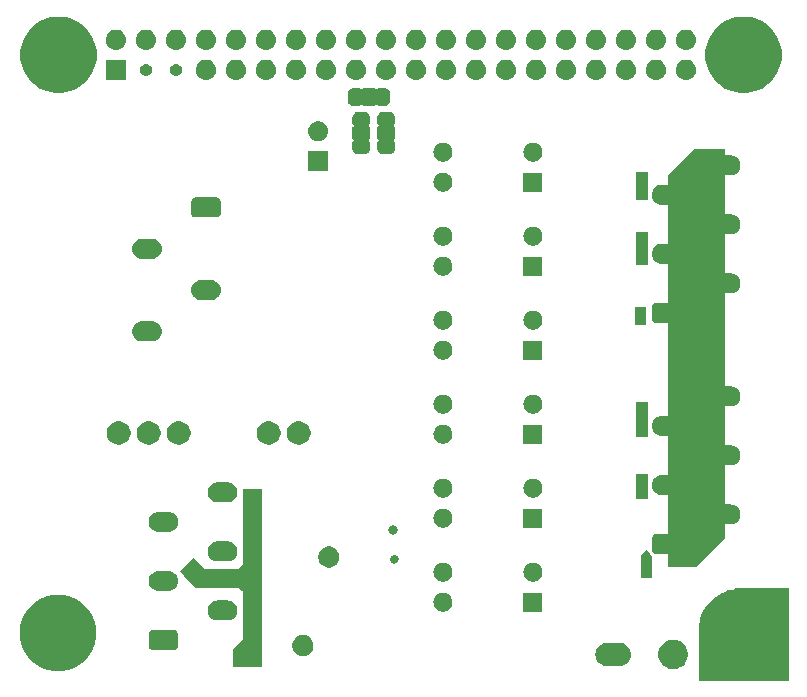
<source format=gbr>
G04 #@! TF.GenerationSoftware,KiCad,Pcbnew,(5.1.4)-1*
G04 #@! TF.CreationDate,2020-05-08T11:58:51+02:00*
G04 #@! TF.ProjectId,debounce_shield,6465626f-756e-4636-955f-736869656c64,rev?*
G04 #@! TF.SameCoordinates,Original*
G04 #@! TF.FileFunction,Soldermask,Bot*
G04 #@! TF.FilePolarity,Negative*
%FSLAX46Y46*%
G04 Gerber Fmt 4.6, Leading zero omitted, Abs format (unit mm)*
G04 Created by KiCad (PCBNEW (5.1.4)-1) date 2020-05-08 11:58:51*
%MOMM*%
%LPD*%
G04 APERTURE LIST*
%ADD10C,0.100000*%
%ADD11C,0.500000*%
G04 APERTURE END LIST*
D10*
G36*
X162750000Y-129000000D02*
G01*
X155250000Y-129000000D01*
X155250000Y-124250000D01*
X158250000Y-121250000D01*
X162750000Y-121250000D01*
X162750000Y-129000000D01*
G37*
X162750000Y-129000000D02*
X155250000Y-129000000D01*
X155250000Y-124250000D01*
X158250000Y-121250000D01*
X162750000Y-121250000D01*
X162750000Y-129000000D01*
D11*
G36*
X129500000Y-116300000D02*
G01*
X129350000Y-116450000D01*
X129200000Y-116300000D01*
X129350000Y-116150000D01*
X129500000Y-116300000D01*
G37*
X129500000Y-116300000D02*
X129350000Y-116450000D01*
X129200000Y-116300000D01*
X129350000Y-116150000D01*
X129500000Y-116300000D01*
G36*
X129600000Y-118800000D02*
G01*
X129450000Y-118950000D01*
X129300000Y-118800000D01*
X129450000Y-118650000D01*
X129600000Y-118800000D01*
G37*
X129600000Y-118800000D02*
X129450000Y-118950000D01*
X129300000Y-118800000D01*
X129450000Y-118650000D01*
X129600000Y-118800000D01*
D10*
G36*
X151200000Y-118500000D02*
G01*
X151200000Y-120300000D01*
X150300000Y-120300000D01*
X150300000Y-118500000D01*
X150750000Y-118050000D01*
X151200000Y-118500000D01*
G37*
X151200000Y-118500000D02*
X151200000Y-120300000D01*
X150300000Y-120300000D01*
X150300000Y-118500000D01*
X150750000Y-118050000D01*
X151200000Y-118500000D01*
G36*
X150800000Y-113600000D02*
G01*
X149900000Y-113600000D01*
X149900000Y-111600000D01*
X150800000Y-111600000D01*
X150800000Y-113600000D01*
G37*
X150800000Y-113600000D02*
X149900000Y-113600000D01*
X149900000Y-111600000D01*
X150800000Y-111600000D01*
X150800000Y-113600000D01*
G36*
X150800000Y-108400000D02*
G01*
X149900000Y-108400000D01*
X149900000Y-105500000D01*
X150800000Y-105500000D01*
X150800000Y-108400000D01*
G37*
X150800000Y-108400000D02*
X149900000Y-108400000D01*
X149900000Y-105500000D01*
X150800000Y-105500000D01*
X150800000Y-108400000D01*
G36*
X150700000Y-98900000D02*
G01*
X149800000Y-98900000D01*
X149800000Y-97400000D01*
X150700000Y-97400000D01*
X150700000Y-98900000D01*
G37*
X150700000Y-98900000D02*
X149800000Y-98900000D01*
X149800000Y-97400000D01*
X150700000Y-97400000D01*
X150700000Y-98900000D01*
G36*
X150850000Y-93800000D02*
G01*
X149900000Y-93800000D01*
X149900000Y-91100000D01*
X150850000Y-91100000D01*
X150850000Y-93800000D01*
G37*
X150850000Y-93800000D02*
X149900000Y-93800000D01*
X149900000Y-91100000D01*
X150850000Y-91100000D01*
X150850000Y-93800000D01*
G36*
X150800000Y-88300000D02*
G01*
X149900000Y-88300000D01*
X149900000Y-86000000D01*
X150800000Y-86000000D01*
X150800000Y-88300000D01*
G37*
X150800000Y-88300000D02*
X149900000Y-88300000D01*
X149900000Y-86000000D01*
X150800000Y-86000000D01*
X150800000Y-88300000D01*
G36*
X118200000Y-127809600D02*
G01*
X115800000Y-127809600D01*
X115800000Y-126409600D01*
X116600000Y-125609600D01*
X116600000Y-121509600D01*
X116200000Y-121109600D01*
X112600000Y-121109600D01*
X111300000Y-119809600D01*
X112400000Y-118709600D01*
X113300000Y-119609600D01*
X116200000Y-119609600D01*
X116600000Y-119209600D01*
X116600000Y-112809600D01*
X118200000Y-112809600D01*
X118200000Y-127809600D01*
G37*
X118200000Y-127809600D02*
X115800000Y-127809600D01*
X115800000Y-126409600D01*
X116600000Y-125609600D01*
X116600000Y-121509600D01*
X116200000Y-121109600D01*
X112600000Y-121109600D01*
X111300000Y-119809600D01*
X112400000Y-118709600D01*
X113300000Y-119609600D01*
X116200000Y-119609600D01*
X116600000Y-119209600D01*
X116600000Y-112809600D01*
X118200000Y-112809600D01*
X118200000Y-127809600D01*
G36*
X157400000Y-117000000D02*
G01*
X155000000Y-119400000D01*
X152600000Y-119400000D01*
X152623327Y-86300017D01*
X154800000Y-84100000D01*
X157400000Y-84100000D01*
X157400000Y-117000000D01*
G37*
X157400000Y-117000000D02*
X155000000Y-119400000D01*
X152600000Y-119400000D01*
X152623327Y-86300017D01*
X154800000Y-84100000D01*
X157400000Y-84100000D01*
X157400000Y-117000000D01*
G36*
X159407416Y-121370152D02*
G01*
X159745512Y-121437403D01*
X160195908Y-121623963D01*
X160344043Y-121685322D01*
X160382472Y-121701240D01*
X160955720Y-122084272D01*
X161443228Y-122571780D01*
X161826260Y-123145028D01*
X162090097Y-123781988D01*
X162117051Y-123917496D01*
X162224600Y-124458179D01*
X162224600Y-125147621D01*
X162193807Y-125302429D01*
X162090097Y-125823812D01*
X161939866Y-126186503D01*
X161832359Y-126446049D01*
X161826260Y-126460772D01*
X161443228Y-127034020D01*
X160955720Y-127521528D01*
X160382472Y-127904560D01*
X159745512Y-128168397D01*
X159407416Y-128235648D01*
X159069321Y-128302900D01*
X158379879Y-128302900D01*
X158041784Y-128235648D01*
X157703688Y-128168397D01*
X157066728Y-127904560D01*
X156493480Y-127521528D01*
X156005972Y-127034020D01*
X155622940Y-126460772D01*
X155616842Y-126446049D01*
X155509334Y-126186503D01*
X155359103Y-125823812D01*
X155255393Y-125302429D01*
X155224600Y-125147621D01*
X155224600Y-124458179D01*
X155332149Y-123917496D01*
X155359103Y-123781988D01*
X155622940Y-123145028D01*
X156005972Y-122571780D01*
X156493480Y-122084272D01*
X157066728Y-121701240D01*
X157105158Y-121685322D01*
X157253292Y-121623963D01*
X157703688Y-121437403D01*
X158041784Y-121370152D01*
X158379879Y-121302900D01*
X159069321Y-121302900D01*
X159407416Y-121370152D01*
X159407416Y-121370152D01*
G37*
G36*
X101367723Y-121823425D02*
G01*
X101905698Y-121930435D01*
X102492610Y-122173542D01*
X103020817Y-122526479D01*
X103470021Y-122975683D01*
X103822958Y-123503890D01*
X104066065Y-124090802D01*
X104066065Y-124090803D01*
X104156991Y-124547915D01*
X104190000Y-124713865D01*
X104190000Y-125349135D01*
X104066065Y-125972198D01*
X103822958Y-126559110D01*
X103470021Y-127087317D01*
X103020817Y-127536521D01*
X102492610Y-127889458D01*
X101905698Y-128132565D01*
X101725558Y-128168397D01*
X101282636Y-128256500D01*
X100647364Y-128256500D01*
X100204442Y-128168397D01*
X100024302Y-128132565D01*
X99437390Y-127889458D01*
X98909183Y-127536521D01*
X98459979Y-127087317D01*
X98107042Y-126559110D01*
X97863935Y-125972198D01*
X97740000Y-125349135D01*
X97740000Y-124713865D01*
X97773010Y-124547915D01*
X97863935Y-124090803D01*
X97863935Y-124090802D01*
X98107042Y-123503890D01*
X98459979Y-122975683D01*
X98909183Y-122526479D01*
X99437390Y-122173542D01*
X100024302Y-121930435D01*
X100562277Y-121823425D01*
X100647364Y-121806500D01*
X101282636Y-121806500D01*
X101367723Y-121823425D01*
X101367723Y-121823425D01*
G37*
G36*
X153414610Y-125648036D02*
G01*
X153642095Y-125742264D01*
X153642097Y-125742265D01*
X153846828Y-125879062D01*
X154020938Y-126053172D01*
X154155388Y-126254390D01*
X154157736Y-126257905D01*
X154251964Y-126485390D01*
X154300000Y-126726884D01*
X154300000Y-126973116D01*
X154251964Y-127214610D01*
X154171752Y-127408258D01*
X154157735Y-127442097D01*
X154020938Y-127646828D01*
X153846828Y-127820938D01*
X153642097Y-127957735D01*
X153642096Y-127957736D01*
X153642095Y-127957736D01*
X153414610Y-128051964D01*
X153173116Y-128100000D01*
X152926884Y-128100000D01*
X152685390Y-128051964D01*
X152457905Y-127957736D01*
X152457904Y-127957736D01*
X152457903Y-127957735D01*
X152253172Y-127820938D01*
X152079062Y-127646828D01*
X151942265Y-127442097D01*
X151928248Y-127408258D01*
X151848036Y-127214610D01*
X151800000Y-126973116D01*
X151800000Y-126726884D01*
X151848036Y-126485390D01*
X151942264Y-126257905D01*
X151944613Y-126254390D01*
X152079062Y-126053172D01*
X152253172Y-125879062D01*
X152457903Y-125742265D01*
X152457905Y-125742264D01*
X152685390Y-125648036D01*
X152926884Y-125600000D01*
X153173116Y-125600000D01*
X153414610Y-125648036D01*
X153414610Y-125648036D01*
G37*
G36*
X148666032Y-125864469D02*
G01*
X148714138Y-125879062D01*
X148854535Y-125921651D01*
X148854537Y-125921652D01*
X149028258Y-126014507D01*
X149180528Y-126139472D01*
X149305493Y-126291742D01*
X149395841Y-126460772D01*
X149398349Y-126465465D01*
X149426755Y-126559108D01*
X149455531Y-126653968D01*
X149474838Y-126850000D01*
X149455531Y-127046032D01*
X149398348Y-127234537D01*
X149305493Y-127408258D01*
X149180528Y-127560528D01*
X149028258Y-127685493D01*
X148854537Y-127778348D01*
X148854535Y-127778349D01*
X148760284Y-127806940D01*
X148666032Y-127835531D01*
X148519124Y-127850000D01*
X147420876Y-127850000D01*
X147273968Y-127835531D01*
X147179716Y-127806940D01*
X147085465Y-127778349D01*
X147085463Y-127778348D01*
X146911742Y-127685493D01*
X146759472Y-127560528D01*
X146634507Y-127408258D01*
X146541652Y-127234537D01*
X146484469Y-127046032D01*
X146465162Y-126850000D01*
X146484469Y-126653968D01*
X146513245Y-126559108D01*
X146541651Y-126465465D01*
X146544159Y-126460772D01*
X146634507Y-126291742D01*
X146759472Y-126139472D01*
X146911742Y-126014507D01*
X147085463Y-125921652D01*
X147085465Y-125921651D01*
X147225862Y-125879062D01*
X147273968Y-125864469D01*
X147420876Y-125850000D01*
X148519124Y-125850000D01*
X148666032Y-125864469D01*
X148666032Y-125864469D01*
G37*
G36*
X121962520Y-125234586D02*
G01*
X122126310Y-125302430D01*
X122273717Y-125400924D01*
X122399076Y-125526283D01*
X122480429Y-125648037D01*
X122497571Y-125673692D01*
X122565414Y-125837480D01*
X122600000Y-126011356D01*
X122600000Y-126188644D01*
X122565414Y-126362520D01*
X122520798Y-126470234D01*
X122497570Y-126526310D01*
X122399076Y-126673717D01*
X122273717Y-126799076D01*
X122126310Y-126897570D01*
X122126309Y-126897571D01*
X122126308Y-126897571D01*
X121962520Y-126965414D01*
X121788644Y-127000000D01*
X121611356Y-127000000D01*
X121437480Y-126965414D01*
X121273692Y-126897571D01*
X121273691Y-126897571D01*
X121273690Y-126897570D01*
X121126283Y-126799076D01*
X121000924Y-126673717D01*
X120902430Y-126526310D01*
X120879203Y-126470234D01*
X120834586Y-126362520D01*
X120800000Y-126188644D01*
X120800000Y-126011356D01*
X120834586Y-125837480D01*
X120902429Y-125673692D01*
X120919571Y-125648037D01*
X121000924Y-125526283D01*
X121126283Y-125400924D01*
X121273690Y-125302430D01*
X121437480Y-125234586D01*
X121611356Y-125200000D01*
X121788644Y-125200000D01*
X121962520Y-125234586D01*
X121962520Y-125234586D01*
G37*
G36*
X110858103Y-124785958D02*
G01*
X110925990Y-124806552D01*
X110988559Y-124839996D01*
X111043399Y-124885001D01*
X111088404Y-124939841D01*
X111121848Y-125002410D01*
X111142442Y-125070297D01*
X111150000Y-125147040D01*
X111150000Y-126109760D01*
X111142442Y-126186503D01*
X111121848Y-126254390D01*
X111088404Y-126316959D01*
X111043399Y-126371799D01*
X110988559Y-126416804D01*
X110925990Y-126450248D01*
X110858103Y-126470842D01*
X110781360Y-126478400D01*
X109018640Y-126478400D01*
X108941897Y-126470842D01*
X108874010Y-126450248D01*
X108811441Y-126416804D01*
X108756601Y-126371799D01*
X108711596Y-126316959D01*
X108678152Y-126254390D01*
X108657558Y-126186503D01*
X108650000Y-126109760D01*
X108650000Y-125147040D01*
X108657558Y-125070297D01*
X108678152Y-125002410D01*
X108711596Y-124939841D01*
X108756601Y-124885001D01*
X108811441Y-124839996D01*
X108874010Y-124806552D01*
X108941897Y-124785958D01*
X109018640Y-124778400D01*
X110781360Y-124778400D01*
X110858103Y-124785958D01*
X110858103Y-124785958D01*
G37*
G36*
X115466627Y-122290699D02*
G01*
X115546742Y-122315002D01*
X115626855Y-122339303D01*
X115626857Y-122339304D01*
X115774518Y-122418231D01*
X115903949Y-122524451D01*
X116010169Y-122653882D01*
X116089096Y-122801543D01*
X116137701Y-122961773D01*
X116154112Y-123128400D01*
X116137701Y-123295027D01*
X116089096Y-123455257D01*
X116010169Y-123602918D01*
X115903949Y-123732349D01*
X115774518Y-123838569D01*
X115626857Y-123917496D01*
X115626855Y-123917497D01*
X115546742Y-123941798D01*
X115466627Y-123966101D01*
X115341752Y-123978400D01*
X114458248Y-123978400D01*
X114333373Y-123966101D01*
X114253258Y-123941798D01*
X114173145Y-123917497D01*
X114173143Y-123917496D01*
X114025482Y-123838569D01*
X113896051Y-123732349D01*
X113789831Y-123602918D01*
X113710904Y-123455257D01*
X113662299Y-123295027D01*
X113645888Y-123128400D01*
X113662299Y-122961773D01*
X113710904Y-122801543D01*
X113789831Y-122653882D01*
X113896051Y-122524451D01*
X114025482Y-122418231D01*
X114173143Y-122339304D01*
X114173145Y-122339303D01*
X114253258Y-122315002D01*
X114333373Y-122290699D01*
X114458248Y-122278400D01*
X115341752Y-122278400D01*
X115466627Y-122290699D01*
X115466627Y-122290699D01*
G37*
G36*
X133636471Y-121631859D02*
G01*
X133714827Y-121639576D01*
X133865628Y-121685321D01*
X133865630Y-121685322D01*
X134004605Y-121759606D01*
X134126422Y-121859578D01*
X134226394Y-121981395D01*
X134281383Y-122084272D01*
X134300679Y-122120372D01*
X134346424Y-122271173D01*
X134361870Y-122428000D01*
X134346424Y-122584827D01*
X134325476Y-122653882D01*
X134300678Y-122735630D01*
X134226394Y-122874605D01*
X134126422Y-122996422D01*
X134004605Y-123096394D01*
X133865630Y-123170678D01*
X133865628Y-123170679D01*
X133714827Y-123216424D01*
X133636471Y-123224141D01*
X133597294Y-123228000D01*
X133518706Y-123228000D01*
X133479529Y-123224141D01*
X133401173Y-123216424D01*
X133250372Y-123170679D01*
X133250370Y-123170678D01*
X133111395Y-123096394D01*
X132989578Y-122996422D01*
X132889606Y-122874605D01*
X132815322Y-122735630D01*
X132790524Y-122653882D01*
X132769576Y-122584827D01*
X132754130Y-122428000D01*
X132769576Y-122271173D01*
X132815321Y-122120372D01*
X132834617Y-122084272D01*
X132889606Y-121981395D01*
X132989578Y-121859578D01*
X133111395Y-121759606D01*
X133250370Y-121685322D01*
X133250372Y-121685321D01*
X133401173Y-121639576D01*
X133479529Y-121631859D01*
X133518706Y-121628000D01*
X133597294Y-121628000D01*
X133636471Y-121631859D01*
X133636471Y-121631859D01*
G37*
G36*
X141978000Y-123228000D02*
G01*
X140378000Y-123228000D01*
X140378000Y-121628000D01*
X141978000Y-121628000D01*
X141978000Y-123228000D01*
X141978000Y-123228000D01*
G37*
G36*
X110466627Y-119790699D02*
G01*
X110546742Y-119815002D01*
X110626855Y-119839303D01*
X110626857Y-119839304D01*
X110774518Y-119918231D01*
X110903949Y-120024451D01*
X111010169Y-120153882D01*
X111089096Y-120301543D01*
X111137701Y-120461773D01*
X111154112Y-120628400D01*
X111137701Y-120795027D01*
X111089096Y-120955257D01*
X111010169Y-121102918D01*
X110903949Y-121232349D01*
X110774518Y-121338569D01*
X110626857Y-121417496D01*
X110626855Y-121417497D01*
X110561232Y-121437403D01*
X110466627Y-121466101D01*
X110341752Y-121478400D01*
X109458248Y-121478400D01*
X109333373Y-121466101D01*
X109238768Y-121437403D01*
X109173145Y-121417497D01*
X109173143Y-121417496D01*
X109025482Y-121338569D01*
X108896051Y-121232349D01*
X108789831Y-121102918D01*
X108710904Y-120955257D01*
X108662299Y-120795027D01*
X108645888Y-120628400D01*
X108662299Y-120461773D01*
X108710904Y-120301543D01*
X108789831Y-120153882D01*
X108896051Y-120024451D01*
X109025482Y-119918231D01*
X109173143Y-119839304D01*
X109173145Y-119839303D01*
X109253258Y-119815002D01*
X109333373Y-119790699D01*
X109458248Y-119778400D01*
X110341752Y-119778400D01*
X110466627Y-119790699D01*
X110466627Y-119790699D01*
G37*
G36*
X133636471Y-119091859D02*
G01*
X133714827Y-119099576D01*
X133865628Y-119145321D01*
X133865630Y-119145322D01*
X134004605Y-119219606D01*
X134004607Y-119219607D01*
X134004606Y-119219607D01*
X134126422Y-119319578D01*
X134226393Y-119441394D01*
X134300679Y-119580372D01*
X134346424Y-119731173D01*
X134361870Y-119888000D01*
X134346424Y-120044827D01*
X134300679Y-120195628D01*
X134300678Y-120195630D01*
X134226394Y-120334605D01*
X134126422Y-120456422D01*
X134004605Y-120556394D01*
X133869892Y-120628400D01*
X133865628Y-120630679D01*
X133714827Y-120676424D01*
X133636471Y-120684141D01*
X133597294Y-120688000D01*
X133518706Y-120688000D01*
X133479529Y-120684141D01*
X133401173Y-120676424D01*
X133250372Y-120630679D01*
X133246108Y-120628400D01*
X133111395Y-120556394D01*
X132989578Y-120456422D01*
X132889606Y-120334605D01*
X132815322Y-120195630D01*
X132815321Y-120195628D01*
X132769576Y-120044827D01*
X132754130Y-119888000D01*
X132769576Y-119731173D01*
X132815321Y-119580372D01*
X132889607Y-119441394D01*
X132989578Y-119319578D01*
X133111394Y-119219607D01*
X133111393Y-119219607D01*
X133111395Y-119219606D01*
X133250370Y-119145322D01*
X133250372Y-119145321D01*
X133401173Y-119099576D01*
X133479529Y-119091859D01*
X133518706Y-119088000D01*
X133597294Y-119088000D01*
X133636471Y-119091859D01*
X133636471Y-119091859D01*
G37*
G36*
X141256471Y-119091859D02*
G01*
X141334827Y-119099576D01*
X141485628Y-119145321D01*
X141485630Y-119145322D01*
X141624605Y-119219606D01*
X141624607Y-119219607D01*
X141624606Y-119219607D01*
X141746422Y-119319578D01*
X141846393Y-119441394D01*
X141920679Y-119580372D01*
X141966424Y-119731173D01*
X141981870Y-119888000D01*
X141966424Y-120044827D01*
X141920679Y-120195628D01*
X141920678Y-120195630D01*
X141846394Y-120334605D01*
X141746422Y-120456422D01*
X141624605Y-120556394D01*
X141489892Y-120628400D01*
X141485628Y-120630679D01*
X141334827Y-120676424D01*
X141256471Y-120684141D01*
X141217294Y-120688000D01*
X141138706Y-120688000D01*
X141099529Y-120684141D01*
X141021173Y-120676424D01*
X140870372Y-120630679D01*
X140866108Y-120628400D01*
X140731395Y-120556394D01*
X140609578Y-120456422D01*
X140509606Y-120334605D01*
X140435322Y-120195630D01*
X140435321Y-120195628D01*
X140389576Y-120044827D01*
X140374130Y-119888000D01*
X140389576Y-119731173D01*
X140435321Y-119580372D01*
X140509607Y-119441394D01*
X140609578Y-119319578D01*
X140731394Y-119219607D01*
X140731393Y-119219607D01*
X140731395Y-119219606D01*
X140870370Y-119145322D01*
X140870372Y-119145321D01*
X141021173Y-119099576D01*
X141099529Y-119091859D01*
X141138706Y-119088000D01*
X141217294Y-119088000D01*
X141256471Y-119091859D01*
X141256471Y-119091859D01*
G37*
G36*
X124162520Y-117734586D02*
G01*
X124324174Y-117801545D01*
X124326310Y-117802430D01*
X124473717Y-117900924D01*
X124599076Y-118026283D01*
X124620337Y-118058103D01*
X124697571Y-118173692D01*
X124765414Y-118337480D01*
X124800000Y-118511356D01*
X124800000Y-118688644D01*
X124770178Y-118838568D01*
X124765414Y-118862520D01*
X124697570Y-119026310D01*
X124599076Y-119173717D01*
X124473717Y-119299076D01*
X124326310Y-119397570D01*
X124326309Y-119397571D01*
X124326308Y-119397571D01*
X124162520Y-119465414D01*
X123988644Y-119500000D01*
X123811356Y-119500000D01*
X123637480Y-119465414D01*
X123473692Y-119397571D01*
X123473691Y-119397571D01*
X123473690Y-119397570D01*
X123326283Y-119299076D01*
X123200924Y-119173717D01*
X123102430Y-119026310D01*
X123034586Y-118862520D01*
X123029822Y-118838568D01*
X123000000Y-118688644D01*
X123000000Y-118511356D01*
X123034586Y-118337480D01*
X123102429Y-118173692D01*
X123179663Y-118058103D01*
X123200924Y-118026283D01*
X123326283Y-117900924D01*
X123473690Y-117802430D01*
X123475827Y-117801545D01*
X123637480Y-117734586D01*
X123811356Y-117700000D01*
X123988644Y-117700000D01*
X124162520Y-117734586D01*
X124162520Y-117734586D01*
G37*
G36*
X115466627Y-117290699D02*
G01*
X115546742Y-117315002D01*
X115626855Y-117339303D01*
X115626857Y-117339304D01*
X115774518Y-117418231D01*
X115903949Y-117524451D01*
X116010169Y-117653882D01*
X116089096Y-117801543D01*
X116137701Y-117961773D01*
X116154112Y-118128400D01*
X116137701Y-118295027D01*
X116089096Y-118455257D01*
X116010169Y-118602918D01*
X115903949Y-118732349D01*
X115774518Y-118838569D01*
X115626857Y-118917496D01*
X115626855Y-118917497D01*
X115546742Y-118941798D01*
X115466627Y-118966101D01*
X115341752Y-118978400D01*
X114458248Y-118978400D01*
X114333373Y-118966101D01*
X114253258Y-118941798D01*
X114173145Y-118917497D01*
X114173143Y-118917496D01*
X114025482Y-118838569D01*
X113896051Y-118732349D01*
X113789831Y-118602918D01*
X113710904Y-118455257D01*
X113662299Y-118295027D01*
X113645888Y-118128400D01*
X113662299Y-117961773D01*
X113710904Y-117801543D01*
X113789831Y-117653882D01*
X113896051Y-117524451D01*
X114025482Y-117418231D01*
X114173143Y-117339304D01*
X114173145Y-117339303D01*
X114253258Y-117315002D01*
X114333373Y-117290699D01*
X114458248Y-117278400D01*
X115341752Y-117278400D01*
X115466627Y-117290699D01*
X115466627Y-117290699D01*
G37*
G36*
X153458103Y-116657558D02*
G01*
X153525990Y-116678152D01*
X153588559Y-116711596D01*
X153643399Y-116756601D01*
X153688404Y-116811441D01*
X153721848Y-116874010D01*
X153742442Y-116941897D01*
X153750000Y-117018640D01*
X153750000Y-117981360D01*
X153742442Y-118058103D01*
X153721848Y-118125990D01*
X153688404Y-118188559D01*
X153643399Y-118243399D01*
X153588559Y-118288404D01*
X153525990Y-118321848D01*
X153458103Y-118342442D01*
X153381360Y-118350000D01*
X151618640Y-118350000D01*
X151541897Y-118342442D01*
X151474010Y-118321848D01*
X151411441Y-118288404D01*
X151356601Y-118243399D01*
X151311596Y-118188559D01*
X151278152Y-118125990D01*
X151257558Y-118058103D01*
X151250000Y-117981360D01*
X151250000Y-117018640D01*
X151257558Y-116941897D01*
X151278152Y-116874010D01*
X151311596Y-116811441D01*
X151356601Y-116756601D01*
X151411441Y-116711596D01*
X151474010Y-116678152D01*
X151541897Y-116657558D01*
X151618640Y-116650000D01*
X153381360Y-116650000D01*
X153458103Y-116657558D01*
X153458103Y-116657558D01*
G37*
G36*
X110466627Y-114790699D02*
G01*
X110546742Y-114815001D01*
X110626855Y-114839303D01*
X110626857Y-114839304D01*
X110774518Y-114918231D01*
X110903949Y-115024451D01*
X111010168Y-115153881D01*
X111089097Y-115301545D01*
X111096775Y-115326857D01*
X111137701Y-115461773D01*
X111154112Y-115628400D01*
X111137701Y-115795027D01*
X111137700Y-115795029D01*
X111110584Y-115884422D01*
X111089096Y-115955257D01*
X111010169Y-116102918D01*
X110903949Y-116232349D01*
X110774518Y-116338569D01*
X110626857Y-116417496D01*
X110626855Y-116417497D01*
X110546742Y-116441799D01*
X110466627Y-116466101D01*
X110341752Y-116478400D01*
X109458248Y-116478400D01*
X109333373Y-116466101D01*
X109253258Y-116441799D01*
X109173145Y-116417497D01*
X109173143Y-116417496D01*
X109025482Y-116338569D01*
X108896051Y-116232349D01*
X108789831Y-116102918D01*
X108710904Y-115955257D01*
X108689417Y-115884422D01*
X108662300Y-115795029D01*
X108662299Y-115795027D01*
X108645888Y-115628400D01*
X108662299Y-115461773D01*
X108703225Y-115326857D01*
X108710903Y-115301545D01*
X108789832Y-115153881D01*
X108896051Y-115024451D01*
X109025482Y-114918231D01*
X109173143Y-114839304D01*
X109173145Y-114839303D01*
X109253258Y-114815001D01*
X109333373Y-114790699D01*
X109458248Y-114778400D01*
X110341752Y-114778400D01*
X110466627Y-114790699D01*
X110466627Y-114790699D01*
G37*
G36*
X141978000Y-116116000D02*
G01*
X140378000Y-116116000D01*
X140378000Y-114516000D01*
X141978000Y-114516000D01*
X141978000Y-116116000D01*
X141978000Y-116116000D01*
G37*
G36*
X133636471Y-114519859D02*
G01*
X133714827Y-114527576D01*
X133865628Y-114573321D01*
X133865630Y-114573322D01*
X134004605Y-114647606D01*
X134126422Y-114747578D01*
X134226393Y-114869394D01*
X134300679Y-115008372D01*
X134346424Y-115159173D01*
X134361870Y-115316000D01*
X134346424Y-115472827D01*
X134300679Y-115623628D01*
X134300678Y-115623630D01*
X134226394Y-115762605D01*
X134126422Y-115884422D01*
X134004605Y-115984394D01*
X133865630Y-116058678D01*
X133865628Y-116058679D01*
X133714827Y-116104424D01*
X133636471Y-116112141D01*
X133597294Y-116116000D01*
X133518706Y-116116000D01*
X133479529Y-116112141D01*
X133401173Y-116104424D01*
X133250372Y-116058679D01*
X133250370Y-116058678D01*
X133111395Y-115984394D01*
X132989578Y-115884422D01*
X132889606Y-115762605D01*
X132815322Y-115623630D01*
X132815321Y-115623628D01*
X132769576Y-115472827D01*
X132754130Y-115316000D01*
X132769576Y-115159173D01*
X132815321Y-115008372D01*
X132889607Y-114869394D01*
X132989578Y-114747578D01*
X133111395Y-114647606D01*
X133250370Y-114573322D01*
X133250372Y-114573321D01*
X133401173Y-114527576D01*
X133479529Y-114519859D01*
X133518706Y-114516000D01*
X133597294Y-114516000D01*
X133636471Y-114519859D01*
X133636471Y-114519859D01*
G37*
G36*
X158066627Y-114162299D02*
G01*
X158146742Y-114186602D01*
X158226855Y-114210903D01*
X158226857Y-114210904D01*
X158374518Y-114289831D01*
X158503949Y-114396051D01*
X158610169Y-114525482D01*
X158689096Y-114673143D01*
X158689097Y-114673145D01*
X158713399Y-114753258D01*
X158737701Y-114833373D01*
X158754112Y-115000000D01*
X158737701Y-115166627D01*
X158737700Y-115166629D01*
X158692390Y-115316000D01*
X158689096Y-115326857D01*
X158610169Y-115474518D01*
X158503949Y-115603949D01*
X158374518Y-115710169D01*
X158276416Y-115762606D01*
X158226855Y-115789097D01*
X158146742Y-115813399D01*
X158066627Y-115837701D01*
X157941752Y-115850000D01*
X157058248Y-115850000D01*
X156933373Y-115837701D01*
X156853258Y-115813399D01*
X156773145Y-115789097D01*
X156723584Y-115762606D01*
X156625482Y-115710169D01*
X156496051Y-115603949D01*
X156389831Y-115474518D01*
X156310904Y-115326857D01*
X156307611Y-115316000D01*
X156262300Y-115166629D01*
X156262299Y-115166627D01*
X156245888Y-115000000D01*
X156262299Y-114833373D01*
X156286601Y-114753258D01*
X156310903Y-114673145D01*
X156310904Y-114673143D01*
X156389831Y-114525482D01*
X156496051Y-114396051D01*
X156625482Y-114289831D01*
X156773143Y-114210904D01*
X156773145Y-114210903D01*
X156853258Y-114186602D01*
X156933373Y-114162299D01*
X157058248Y-114150000D01*
X157941752Y-114150000D01*
X158066627Y-114162299D01*
X158066627Y-114162299D01*
G37*
G36*
X115466627Y-112290699D02*
G01*
X115546742Y-112315002D01*
X115626855Y-112339303D01*
X115626857Y-112339304D01*
X115774518Y-112418231D01*
X115903949Y-112524451D01*
X116010168Y-112653881D01*
X116089097Y-112801545D01*
X116096775Y-112826857D01*
X116137701Y-112961773D01*
X116154112Y-113128400D01*
X116137701Y-113295027D01*
X116137700Y-113295029D01*
X116092392Y-113444394D01*
X116089096Y-113455257D01*
X116010169Y-113602918D01*
X115903949Y-113732349D01*
X115774518Y-113838569D01*
X115626857Y-113917496D01*
X115626855Y-113917497D01*
X115546742Y-113941798D01*
X115466627Y-113966101D01*
X115341752Y-113978400D01*
X114458248Y-113978400D01*
X114333373Y-113966101D01*
X114253258Y-113941798D01*
X114173145Y-113917497D01*
X114173143Y-113917496D01*
X114025482Y-113838569D01*
X113896051Y-113732349D01*
X113789831Y-113602918D01*
X113710904Y-113455257D01*
X113707609Y-113444394D01*
X113662300Y-113295029D01*
X113662299Y-113295027D01*
X113645888Y-113128400D01*
X113662299Y-112961773D01*
X113703225Y-112826857D01*
X113710903Y-112801545D01*
X113789832Y-112653881D01*
X113896051Y-112524451D01*
X114025482Y-112418231D01*
X114173143Y-112339304D01*
X114173145Y-112339303D01*
X114253258Y-112315002D01*
X114333373Y-112290699D01*
X114458248Y-112278400D01*
X115341752Y-112278400D01*
X115466627Y-112290699D01*
X115466627Y-112290699D01*
G37*
G36*
X133636471Y-111979859D02*
G01*
X133714827Y-111987576D01*
X133865628Y-112033321D01*
X133865630Y-112033322D01*
X134004605Y-112107606D01*
X134126422Y-112207578D01*
X134226394Y-112329395D01*
X134300678Y-112468370D01*
X134300679Y-112468372D01*
X134346424Y-112619173D01*
X134361870Y-112776000D01*
X134346424Y-112932827D01*
X134300679Y-113083628D01*
X134300678Y-113083630D01*
X134226394Y-113222605D01*
X134126422Y-113344422D01*
X134004605Y-113444394D01*
X133865630Y-113518678D01*
X133865628Y-113518679D01*
X133714827Y-113564424D01*
X133636471Y-113572141D01*
X133597294Y-113576000D01*
X133518706Y-113576000D01*
X133479529Y-113572141D01*
X133401173Y-113564424D01*
X133250372Y-113518679D01*
X133250370Y-113518678D01*
X133111395Y-113444394D01*
X132989578Y-113344422D01*
X132889606Y-113222605D01*
X132815322Y-113083630D01*
X132815321Y-113083628D01*
X132769576Y-112932827D01*
X132754130Y-112776000D01*
X132769576Y-112619173D01*
X132815321Y-112468372D01*
X132815322Y-112468370D01*
X132889606Y-112329395D01*
X132989578Y-112207578D01*
X133111395Y-112107606D01*
X133250370Y-112033322D01*
X133250372Y-112033321D01*
X133401173Y-111987576D01*
X133479529Y-111979859D01*
X133518706Y-111976000D01*
X133597294Y-111976000D01*
X133636471Y-111979859D01*
X133636471Y-111979859D01*
G37*
G36*
X141256471Y-111979859D02*
G01*
X141334827Y-111987576D01*
X141485628Y-112033321D01*
X141485630Y-112033322D01*
X141624605Y-112107606D01*
X141746422Y-112207578D01*
X141846394Y-112329395D01*
X141920678Y-112468370D01*
X141920679Y-112468372D01*
X141966424Y-112619173D01*
X141981870Y-112776000D01*
X141966424Y-112932827D01*
X141920679Y-113083628D01*
X141920678Y-113083630D01*
X141846394Y-113222605D01*
X141746422Y-113344422D01*
X141624605Y-113444394D01*
X141485630Y-113518678D01*
X141485628Y-113518679D01*
X141334827Y-113564424D01*
X141256471Y-113572141D01*
X141217294Y-113576000D01*
X141138706Y-113576000D01*
X141099529Y-113572141D01*
X141021173Y-113564424D01*
X140870372Y-113518679D01*
X140870370Y-113518678D01*
X140731395Y-113444394D01*
X140609578Y-113344422D01*
X140509606Y-113222605D01*
X140435322Y-113083630D01*
X140435321Y-113083628D01*
X140389576Y-112932827D01*
X140374130Y-112776000D01*
X140389576Y-112619173D01*
X140435321Y-112468372D01*
X140435322Y-112468370D01*
X140509606Y-112329395D01*
X140609578Y-112207578D01*
X140731395Y-112107606D01*
X140870370Y-112033322D01*
X140870372Y-112033321D01*
X141021173Y-111987576D01*
X141099529Y-111979859D01*
X141138706Y-111976000D01*
X141217294Y-111976000D01*
X141256471Y-111979859D01*
X141256471Y-111979859D01*
G37*
G36*
X153066627Y-111662299D02*
G01*
X153146742Y-111686601D01*
X153226855Y-111710903D01*
X153226857Y-111710904D01*
X153374518Y-111789831D01*
X153503949Y-111896051D01*
X153610169Y-112025482D01*
X153689096Y-112173143D01*
X153737701Y-112333373D01*
X153754112Y-112500000D01*
X153737701Y-112666627D01*
X153737700Y-112666629D01*
X153696775Y-112801545D01*
X153689096Y-112826857D01*
X153610169Y-112974518D01*
X153503949Y-113103949D01*
X153374518Y-113210169D01*
X153226857Y-113289096D01*
X153226855Y-113289097D01*
X153146742Y-113313399D01*
X153066627Y-113337701D01*
X152941752Y-113350000D01*
X152058248Y-113350000D01*
X151933373Y-113337701D01*
X151853258Y-113313399D01*
X151773145Y-113289097D01*
X151773143Y-113289096D01*
X151625482Y-113210169D01*
X151496051Y-113103949D01*
X151389831Y-112974518D01*
X151310904Y-112826857D01*
X151303226Y-112801545D01*
X151262300Y-112666629D01*
X151262299Y-112666627D01*
X151245888Y-112500000D01*
X151262299Y-112333373D01*
X151310904Y-112173143D01*
X151389831Y-112025482D01*
X151496051Y-111896051D01*
X151625482Y-111789831D01*
X151773143Y-111710904D01*
X151773145Y-111710903D01*
X151853258Y-111686601D01*
X151933373Y-111662299D01*
X152058248Y-111650000D01*
X152941752Y-111650000D01*
X153066627Y-111662299D01*
X153066627Y-111662299D01*
G37*
G36*
X158066627Y-109162299D02*
G01*
X158146742Y-109186601D01*
X158226855Y-109210903D01*
X158226857Y-109210904D01*
X158374518Y-109289831D01*
X158503949Y-109396051D01*
X158610169Y-109525482D01*
X158689096Y-109673143D01*
X158737701Y-109833373D01*
X158754112Y-110000000D01*
X158737701Y-110166627D01*
X158689096Y-110326857D01*
X158610169Y-110474518D01*
X158503949Y-110603949D01*
X158374518Y-110710169D01*
X158226857Y-110789096D01*
X158226855Y-110789097D01*
X158146742Y-110813399D01*
X158066627Y-110837701D01*
X157941752Y-110850000D01*
X157058248Y-110850000D01*
X156933373Y-110837701D01*
X156853258Y-110813399D01*
X156773145Y-110789097D01*
X156773143Y-110789096D01*
X156625482Y-110710169D01*
X156496051Y-110603949D01*
X156389831Y-110474518D01*
X156310904Y-110326857D01*
X156262299Y-110166627D01*
X156245888Y-110000000D01*
X156262299Y-109833373D01*
X156310904Y-109673143D01*
X156389831Y-109525482D01*
X156496051Y-109396051D01*
X156625482Y-109289831D01*
X156773143Y-109210904D01*
X156773145Y-109210903D01*
X156853258Y-109186601D01*
X156933373Y-109162299D01*
X157058248Y-109150000D01*
X157941752Y-109150000D01*
X158066627Y-109162299D01*
X158066627Y-109162299D01*
G37*
G36*
X106348490Y-107128019D02*
G01*
X106412889Y-107140829D01*
X106594878Y-107216211D01*
X106758663Y-107325649D01*
X106897951Y-107464937D01*
X107007389Y-107628722D01*
X107082771Y-107810711D01*
X107121200Y-108003909D01*
X107121200Y-108200891D01*
X107082771Y-108394089D01*
X107007389Y-108576078D01*
X106897951Y-108739863D01*
X106758663Y-108879151D01*
X106594878Y-108988589D01*
X106412889Y-109063971D01*
X106348490Y-109076781D01*
X106219693Y-109102400D01*
X106022707Y-109102400D01*
X105893910Y-109076781D01*
X105829511Y-109063971D01*
X105647522Y-108988589D01*
X105483737Y-108879151D01*
X105344449Y-108739863D01*
X105235011Y-108576078D01*
X105159629Y-108394089D01*
X105121200Y-108200891D01*
X105121200Y-108003909D01*
X105159629Y-107810711D01*
X105235011Y-107628722D01*
X105344449Y-107464937D01*
X105483737Y-107325649D01*
X105647522Y-107216211D01*
X105829511Y-107140829D01*
X105893910Y-107128019D01*
X106022707Y-107102400D01*
X106219693Y-107102400D01*
X106348490Y-107128019D01*
X106348490Y-107128019D01*
G37*
G36*
X108888490Y-107128019D02*
G01*
X108952889Y-107140829D01*
X109134878Y-107216211D01*
X109298663Y-107325649D01*
X109437951Y-107464937D01*
X109547389Y-107628722D01*
X109622771Y-107810711D01*
X109661200Y-108003909D01*
X109661200Y-108200891D01*
X109622771Y-108394089D01*
X109547389Y-108576078D01*
X109437951Y-108739863D01*
X109298663Y-108879151D01*
X109134878Y-108988589D01*
X108952889Y-109063971D01*
X108888490Y-109076781D01*
X108759693Y-109102400D01*
X108562707Y-109102400D01*
X108433910Y-109076781D01*
X108369511Y-109063971D01*
X108187522Y-108988589D01*
X108023737Y-108879151D01*
X107884449Y-108739863D01*
X107775011Y-108576078D01*
X107699629Y-108394089D01*
X107661200Y-108200891D01*
X107661200Y-108003909D01*
X107699629Y-107810711D01*
X107775011Y-107628722D01*
X107884449Y-107464937D01*
X108023737Y-107325649D01*
X108187522Y-107216211D01*
X108369511Y-107140829D01*
X108433910Y-107128019D01*
X108562707Y-107102400D01*
X108759693Y-107102400D01*
X108888490Y-107128019D01*
X108888490Y-107128019D01*
G37*
G36*
X121588490Y-107128019D02*
G01*
X121652889Y-107140829D01*
X121834878Y-107216211D01*
X121998663Y-107325649D01*
X122137951Y-107464937D01*
X122247389Y-107628722D01*
X122322771Y-107810711D01*
X122361200Y-108003909D01*
X122361200Y-108200891D01*
X122322771Y-108394089D01*
X122247389Y-108576078D01*
X122137951Y-108739863D01*
X121998663Y-108879151D01*
X121834878Y-108988589D01*
X121652889Y-109063971D01*
X121588490Y-109076781D01*
X121459693Y-109102400D01*
X121262707Y-109102400D01*
X121133910Y-109076781D01*
X121069511Y-109063971D01*
X120887522Y-108988589D01*
X120723737Y-108879151D01*
X120584449Y-108739863D01*
X120475011Y-108576078D01*
X120399629Y-108394089D01*
X120361200Y-108200891D01*
X120361200Y-108003909D01*
X120399629Y-107810711D01*
X120475011Y-107628722D01*
X120584449Y-107464937D01*
X120723737Y-107325649D01*
X120887522Y-107216211D01*
X121069511Y-107140829D01*
X121133910Y-107128019D01*
X121262707Y-107102400D01*
X121459693Y-107102400D01*
X121588490Y-107128019D01*
X121588490Y-107128019D01*
G37*
G36*
X119048490Y-107128019D02*
G01*
X119112889Y-107140829D01*
X119294878Y-107216211D01*
X119458663Y-107325649D01*
X119597951Y-107464937D01*
X119707389Y-107628722D01*
X119782771Y-107810711D01*
X119821200Y-108003909D01*
X119821200Y-108200891D01*
X119782771Y-108394089D01*
X119707389Y-108576078D01*
X119597951Y-108739863D01*
X119458663Y-108879151D01*
X119294878Y-108988589D01*
X119112889Y-109063971D01*
X119048490Y-109076781D01*
X118919693Y-109102400D01*
X118722707Y-109102400D01*
X118593910Y-109076781D01*
X118529511Y-109063971D01*
X118347522Y-108988589D01*
X118183737Y-108879151D01*
X118044449Y-108739863D01*
X117935011Y-108576078D01*
X117859629Y-108394089D01*
X117821200Y-108200891D01*
X117821200Y-108003909D01*
X117859629Y-107810711D01*
X117935011Y-107628722D01*
X118044449Y-107464937D01*
X118183737Y-107325649D01*
X118347522Y-107216211D01*
X118529511Y-107140829D01*
X118593910Y-107128019D01*
X118722707Y-107102400D01*
X118919693Y-107102400D01*
X119048490Y-107128019D01*
X119048490Y-107128019D01*
G37*
G36*
X111428490Y-107128019D02*
G01*
X111492889Y-107140829D01*
X111674878Y-107216211D01*
X111838663Y-107325649D01*
X111977951Y-107464937D01*
X112087389Y-107628722D01*
X112162771Y-107810711D01*
X112201200Y-108003909D01*
X112201200Y-108200891D01*
X112162771Y-108394089D01*
X112087389Y-108576078D01*
X111977951Y-108739863D01*
X111838663Y-108879151D01*
X111674878Y-108988589D01*
X111492889Y-109063971D01*
X111428490Y-109076781D01*
X111299693Y-109102400D01*
X111102707Y-109102400D01*
X110973910Y-109076781D01*
X110909511Y-109063971D01*
X110727522Y-108988589D01*
X110563737Y-108879151D01*
X110424449Y-108739863D01*
X110315011Y-108576078D01*
X110239629Y-108394089D01*
X110201200Y-108200891D01*
X110201200Y-108003909D01*
X110239629Y-107810711D01*
X110315011Y-107628722D01*
X110424449Y-107464937D01*
X110563737Y-107325649D01*
X110727522Y-107216211D01*
X110909511Y-107140829D01*
X110973910Y-107128019D01*
X111102707Y-107102400D01*
X111299693Y-107102400D01*
X111428490Y-107128019D01*
X111428490Y-107128019D01*
G37*
G36*
X141978000Y-109004000D02*
G01*
X140378000Y-109004000D01*
X140378000Y-107404000D01*
X141978000Y-107404000D01*
X141978000Y-109004000D01*
X141978000Y-109004000D01*
G37*
G36*
X133636471Y-107407859D02*
G01*
X133714827Y-107415576D01*
X133865628Y-107461321D01*
X133865630Y-107461322D01*
X134004605Y-107535606D01*
X134126422Y-107635578D01*
X134226394Y-107757395D01*
X134263521Y-107826855D01*
X134300679Y-107896372D01*
X134346424Y-108047173D01*
X134361870Y-108204000D01*
X134346424Y-108360827D01*
X134336334Y-108394088D01*
X134300678Y-108511630D01*
X134226394Y-108650605D01*
X134126422Y-108772422D01*
X134004605Y-108872394D01*
X133865630Y-108946678D01*
X133865628Y-108946679D01*
X133714827Y-108992424D01*
X133636471Y-109000141D01*
X133597294Y-109004000D01*
X133518706Y-109004000D01*
X133479529Y-109000141D01*
X133401173Y-108992424D01*
X133250372Y-108946679D01*
X133250370Y-108946678D01*
X133111395Y-108872394D01*
X132989578Y-108772422D01*
X132889606Y-108650605D01*
X132815322Y-108511630D01*
X132779666Y-108394088D01*
X132769576Y-108360827D01*
X132754130Y-108204000D01*
X132769576Y-108047173D01*
X132815321Y-107896372D01*
X132852479Y-107826855D01*
X132889606Y-107757395D01*
X132989578Y-107635578D01*
X133111395Y-107535606D01*
X133250370Y-107461322D01*
X133250372Y-107461321D01*
X133401173Y-107415576D01*
X133479529Y-107407859D01*
X133518706Y-107404000D01*
X133597294Y-107404000D01*
X133636471Y-107407859D01*
X133636471Y-107407859D01*
G37*
G36*
X153066627Y-106662299D02*
G01*
X153146742Y-106686601D01*
X153226855Y-106710903D01*
X153226857Y-106710904D01*
X153374518Y-106789831D01*
X153503949Y-106896051D01*
X153610168Y-107025481D01*
X153689097Y-107173145D01*
X153713399Y-107253258D01*
X153737701Y-107333373D01*
X153754112Y-107500000D01*
X153737701Y-107666627D01*
X153689096Y-107826857D01*
X153610169Y-107974518D01*
X153503949Y-108103949D01*
X153374518Y-108210169D01*
X153226857Y-108289096D01*
X153226855Y-108289097D01*
X153146742Y-108313399D01*
X153066627Y-108337701D01*
X152941752Y-108350000D01*
X152058248Y-108350000D01*
X151933373Y-108337701D01*
X151853258Y-108313399D01*
X151773145Y-108289097D01*
X151773143Y-108289096D01*
X151625482Y-108210169D01*
X151496051Y-108103949D01*
X151389831Y-107974518D01*
X151310904Y-107826857D01*
X151262299Y-107666627D01*
X151245888Y-107500000D01*
X151262299Y-107333373D01*
X151286601Y-107253258D01*
X151310903Y-107173145D01*
X151389832Y-107025481D01*
X151496051Y-106896051D01*
X151625482Y-106789831D01*
X151773143Y-106710904D01*
X151773145Y-106710903D01*
X151853258Y-106686601D01*
X151933373Y-106662299D01*
X152058248Y-106650000D01*
X152941752Y-106650000D01*
X153066627Y-106662299D01*
X153066627Y-106662299D01*
G37*
G36*
X133636471Y-104867859D02*
G01*
X133714827Y-104875576D01*
X133865628Y-104921321D01*
X133865630Y-104921322D01*
X134004605Y-104995606D01*
X134004607Y-104995607D01*
X134004606Y-104995607D01*
X134126422Y-105095578D01*
X134226393Y-105217394D01*
X134300679Y-105356372D01*
X134346424Y-105507173D01*
X134361870Y-105664000D01*
X134346424Y-105820827D01*
X134341305Y-105837701D01*
X134300678Y-105971630D01*
X134226394Y-106110605D01*
X134126422Y-106232422D01*
X134004605Y-106332394D01*
X133865630Y-106406678D01*
X133865628Y-106406679D01*
X133714827Y-106452424D01*
X133636471Y-106460141D01*
X133597294Y-106464000D01*
X133518706Y-106464000D01*
X133479529Y-106460141D01*
X133401173Y-106452424D01*
X133250372Y-106406679D01*
X133250370Y-106406678D01*
X133111395Y-106332394D01*
X132989578Y-106232422D01*
X132889606Y-106110605D01*
X132815322Y-105971630D01*
X132774695Y-105837701D01*
X132769576Y-105820827D01*
X132754130Y-105664000D01*
X132769576Y-105507173D01*
X132815321Y-105356372D01*
X132889607Y-105217394D01*
X132989578Y-105095578D01*
X133111394Y-104995607D01*
X133111393Y-104995607D01*
X133111395Y-104995606D01*
X133250370Y-104921322D01*
X133250372Y-104921321D01*
X133401173Y-104875576D01*
X133479529Y-104867859D01*
X133518706Y-104864000D01*
X133597294Y-104864000D01*
X133636471Y-104867859D01*
X133636471Y-104867859D01*
G37*
G36*
X141256471Y-104867859D02*
G01*
X141334827Y-104875576D01*
X141485628Y-104921321D01*
X141485630Y-104921322D01*
X141624605Y-104995606D01*
X141624607Y-104995607D01*
X141624606Y-104995607D01*
X141746422Y-105095578D01*
X141846393Y-105217394D01*
X141920679Y-105356372D01*
X141966424Y-105507173D01*
X141981870Y-105664000D01*
X141966424Y-105820827D01*
X141961305Y-105837701D01*
X141920678Y-105971630D01*
X141846394Y-106110605D01*
X141746422Y-106232422D01*
X141624605Y-106332394D01*
X141485630Y-106406678D01*
X141485628Y-106406679D01*
X141334827Y-106452424D01*
X141256471Y-106460141D01*
X141217294Y-106464000D01*
X141138706Y-106464000D01*
X141099529Y-106460141D01*
X141021173Y-106452424D01*
X140870372Y-106406679D01*
X140870370Y-106406678D01*
X140731395Y-106332394D01*
X140609578Y-106232422D01*
X140509606Y-106110605D01*
X140435322Y-105971630D01*
X140394695Y-105837701D01*
X140389576Y-105820827D01*
X140374130Y-105664000D01*
X140389576Y-105507173D01*
X140435321Y-105356372D01*
X140509607Y-105217394D01*
X140609578Y-105095578D01*
X140731394Y-104995607D01*
X140731393Y-104995607D01*
X140731395Y-104995606D01*
X140870370Y-104921322D01*
X140870372Y-104921321D01*
X141021173Y-104875576D01*
X141099529Y-104867859D01*
X141138706Y-104864000D01*
X141217294Y-104864000D01*
X141256471Y-104867859D01*
X141256471Y-104867859D01*
G37*
G36*
X158066627Y-104162299D02*
G01*
X158146742Y-104186601D01*
X158226855Y-104210903D01*
X158226857Y-104210904D01*
X158374518Y-104289831D01*
X158503949Y-104396051D01*
X158610169Y-104525482D01*
X158689096Y-104673143D01*
X158737701Y-104833373D01*
X158754112Y-105000000D01*
X158737701Y-105166627D01*
X158689096Y-105326857D01*
X158610169Y-105474518D01*
X158503949Y-105603949D01*
X158374518Y-105710169D01*
X158226857Y-105789096D01*
X158226855Y-105789097D01*
X158146742Y-105813399D01*
X158066627Y-105837701D01*
X157941752Y-105850000D01*
X157058248Y-105850000D01*
X156933373Y-105837701D01*
X156853258Y-105813399D01*
X156773145Y-105789097D01*
X156773143Y-105789096D01*
X156625482Y-105710169D01*
X156496051Y-105603949D01*
X156389831Y-105474518D01*
X156310904Y-105326857D01*
X156262299Y-105166627D01*
X156245888Y-105000000D01*
X156262299Y-104833373D01*
X156310904Y-104673143D01*
X156389831Y-104525482D01*
X156496051Y-104396051D01*
X156625482Y-104289831D01*
X156773143Y-104210904D01*
X156773145Y-104210903D01*
X156853258Y-104186601D01*
X156933373Y-104162299D01*
X157058248Y-104150000D01*
X157941752Y-104150000D01*
X158066627Y-104162299D01*
X158066627Y-104162299D01*
G37*
G36*
X141978000Y-101892000D02*
G01*
X140378000Y-101892000D01*
X140378000Y-100292000D01*
X141978000Y-100292000D01*
X141978000Y-101892000D01*
X141978000Y-101892000D01*
G37*
G36*
X133636471Y-100295859D02*
G01*
X133714827Y-100303576D01*
X133865628Y-100349321D01*
X133865630Y-100349322D01*
X134004605Y-100423606D01*
X134004607Y-100423607D01*
X134004606Y-100423607D01*
X134126422Y-100523578D01*
X134226393Y-100645394D01*
X134300679Y-100784372D01*
X134346424Y-100935173D01*
X134361870Y-101092000D01*
X134346424Y-101248827D01*
X134300679Y-101399628D01*
X134300678Y-101399630D01*
X134226394Y-101538605D01*
X134126422Y-101660422D01*
X134004605Y-101760394D01*
X133865630Y-101834678D01*
X133865628Y-101834679D01*
X133714827Y-101880424D01*
X133636471Y-101888141D01*
X133597294Y-101892000D01*
X133518706Y-101892000D01*
X133479529Y-101888141D01*
X133401173Y-101880424D01*
X133250372Y-101834679D01*
X133250370Y-101834678D01*
X133111395Y-101760394D01*
X132989578Y-101660422D01*
X132889606Y-101538605D01*
X132815322Y-101399630D01*
X132815321Y-101399628D01*
X132769576Y-101248827D01*
X132754130Y-101092000D01*
X132769576Y-100935173D01*
X132815321Y-100784372D01*
X132889607Y-100645394D01*
X132989578Y-100523578D01*
X133111394Y-100423607D01*
X133111393Y-100423607D01*
X133111395Y-100423606D01*
X133250370Y-100349322D01*
X133250372Y-100349321D01*
X133401173Y-100303576D01*
X133479529Y-100295859D01*
X133518706Y-100292000D01*
X133597294Y-100292000D01*
X133636471Y-100295859D01*
X133636471Y-100295859D01*
G37*
G36*
X109066627Y-98662299D02*
G01*
X109146742Y-98686602D01*
X109226855Y-98710903D01*
X109226857Y-98710904D01*
X109374518Y-98789831D01*
X109503949Y-98896051D01*
X109610168Y-99025481D01*
X109689097Y-99173145D01*
X109713399Y-99253258D01*
X109737701Y-99333373D01*
X109754112Y-99500000D01*
X109737701Y-99666627D01*
X109689096Y-99826857D01*
X109610169Y-99974518D01*
X109503949Y-100103949D01*
X109374518Y-100210169D01*
X109226857Y-100289096D01*
X109226855Y-100289097D01*
X109179123Y-100303576D01*
X109066627Y-100337701D01*
X108941752Y-100350000D01*
X108058248Y-100350000D01*
X107933373Y-100337701D01*
X107820877Y-100303576D01*
X107773145Y-100289097D01*
X107773143Y-100289096D01*
X107625482Y-100210169D01*
X107496051Y-100103949D01*
X107389831Y-99974518D01*
X107310904Y-99826857D01*
X107262299Y-99666627D01*
X107245888Y-99500000D01*
X107262299Y-99333373D01*
X107286601Y-99253258D01*
X107310903Y-99173145D01*
X107389832Y-99025481D01*
X107496051Y-98896051D01*
X107625482Y-98789831D01*
X107773143Y-98710904D01*
X107773145Y-98710903D01*
X107853258Y-98686602D01*
X107933373Y-98662299D01*
X108058248Y-98650000D01*
X108941752Y-98650000D01*
X109066627Y-98662299D01*
X109066627Y-98662299D01*
G37*
G36*
X141256471Y-97755859D02*
G01*
X141334827Y-97763576D01*
X141485628Y-97809321D01*
X141485630Y-97809322D01*
X141624605Y-97883606D01*
X141624607Y-97883607D01*
X141624606Y-97883607D01*
X141746422Y-97983578D01*
X141846393Y-98105394D01*
X141920679Y-98244372D01*
X141966424Y-98395173D01*
X141981870Y-98552000D01*
X141966424Y-98708827D01*
X141941851Y-98789832D01*
X141920678Y-98859630D01*
X141846394Y-98998605D01*
X141746422Y-99120422D01*
X141624605Y-99220394D01*
X141485630Y-99294678D01*
X141485628Y-99294679D01*
X141334827Y-99340424D01*
X141256471Y-99348141D01*
X141217294Y-99352000D01*
X141138706Y-99352000D01*
X141099529Y-99348141D01*
X141021173Y-99340424D01*
X140870372Y-99294679D01*
X140870370Y-99294678D01*
X140731395Y-99220394D01*
X140609578Y-99120422D01*
X140509606Y-98998605D01*
X140435322Y-98859630D01*
X140414149Y-98789832D01*
X140389576Y-98708827D01*
X140374130Y-98552000D01*
X140389576Y-98395173D01*
X140435321Y-98244372D01*
X140509607Y-98105394D01*
X140609578Y-97983578D01*
X140731394Y-97883607D01*
X140731393Y-97883607D01*
X140731395Y-97883606D01*
X140870370Y-97809322D01*
X140870372Y-97809321D01*
X141021173Y-97763576D01*
X141099529Y-97755859D01*
X141138706Y-97752000D01*
X141217294Y-97752000D01*
X141256471Y-97755859D01*
X141256471Y-97755859D01*
G37*
G36*
X133636471Y-97755859D02*
G01*
X133714827Y-97763576D01*
X133865628Y-97809321D01*
X133865630Y-97809322D01*
X134004605Y-97883606D01*
X134004607Y-97883607D01*
X134004606Y-97883607D01*
X134126422Y-97983578D01*
X134226393Y-98105394D01*
X134300679Y-98244372D01*
X134346424Y-98395173D01*
X134361870Y-98552000D01*
X134346424Y-98708827D01*
X134321851Y-98789832D01*
X134300678Y-98859630D01*
X134226394Y-98998605D01*
X134126422Y-99120422D01*
X134004605Y-99220394D01*
X133865630Y-99294678D01*
X133865628Y-99294679D01*
X133714827Y-99340424D01*
X133636471Y-99348141D01*
X133597294Y-99352000D01*
X133518706Y-99352000D01*
X133479529Y-99348141D01*
X133401173Y-99340424D01*
X133250372Y-99294679D01*
X133250370Y-99294678D01*
X133111395Y-99220394D01*
X132989578Y-99120422D01*
X132889606Y-98998605D01*
X132815322Y-98859630D01*
X132794149Y-98789832D01*
X132769576Y-98708827D01*
X132754130Y-98552000D01*
X132769576Y-98395173D01*
X132815321Y-98244372D01*
X132889607Y-98105394D01*
X132989578Y-97983578D01*
X133111394Y-97883607D01*
X133111393Y-97883607D01*
X133111395Y-97883606D01*
X133250370Y-97809322D01*
X133250372Y-97809321D01*
X133401173Y-97763576D01*
X133479529Y-97755859D01*
X133518706Y-97752000D01*
X133597294Y-97752000D01*
X133636471Y-97755859D01*
X133636471Y-97755859D01*
G37*
G36*
X153458103Y-97087558D02*
G01*
X153525990Y-97108152D01*
X153588559Y-97141596D01*
X153643399Y-97186601D01*
X153688404Y-97241441D01*
X153721848Y-97304010D01*
X153742442Y-97371897D01*
X153750000Y-97448640D01*
X153750000Y-98411360D01*
X153742442Y-98488103D01*
X153721848Y-98555990D01*
X153688404Y-98618559D01*
X153643399Y-98673399D01*
X153588559Y-98718404D01*
X153525990Y-98751848D01*
X153458103Y-98772442D01*
X153381360Y-98780000D01*
X151618640Y-98780000D01*
X151541897Y-98772442D01*
X151474010Y-98751848D01*
X151411441Y-98718404D01*
X151356601Y-98673399D01*
X151311596Y-98618559D01*
X151278152Y-98555990D01*
X151257558Y-98488103D01*
X151250000Y-98411360D01*
X151250000Y-97448640D01*
X151257558Y-97371897D01*
X151278152Y-97304010D01*
X151311596Y-97241441D01*
X151356601Y-97186601D01*
X151411441Y-97141596D01*
X151474010Y-97108152D01*
X151541897Y-97087558D01*
X151618640Y-97080000D01*
X153381360Y-97080000D01*
X153458103Y-97087558D01*
X153458103Y-97087558D01*
G37*
G36*
X114066627Y-95162299D02*
G01*
X114146742Y-95186602D01*
X114226855Y-95210903D01*
X114226857Y-95210904D01*
X114374518Y-95289831D01*
X114503949Y-95396051D01*
X114610169Y-95525482D01*
X114689096Y-95673143D01*
X114737701Y-95833373D01*
X114754112Y-96000000D01*
X114737701Y-96166627D01*
X114689096Y-96326857D01*
X114610169Y-96474518D01*
X114503949Y-96603949D01*
X114374518Y-96710169D01*
X114226857Y-96789096D01*
X114226855Y-96789097D01*
X114146742Y-96813398D01*
X114066627Y-96837701D01*
X113941752Y-96850000D01*
X113058248Y-96850000D01*
X112933373Y-96837701D01*
X112853258Y-96813398D01*
X112773145Y-96789097D01*
X112773143Y-96789096D01*
X112625482Y-96710169D01*
X112496051Y-96603949D01*
X112389831Y-96474518D01*
X112310904Y-96326857D01*
X112262299Y-96166627D01*
X112245888Y-96000000D01*
X112262299Y-95833373D01*
X112310904Y-95673143D01*
X112389831Y-95525482D01*
X112496051Y-95396051D01*
X112625482Y-95289831D01*
X112773143Y-95210904D01*
X112773145Y-95210903D01*
X112853258Y-95186602D01*
X112933373Y-95162299D01*
X113058248Y-95150000D01*
X113941752Y-95150000D01*
X114066627Y-95162299D01*
X114066627Y-95162299D01*
G37*
G36*
X158066627Y-94592299D02*
G01*
X158146742Y-94616602D01*
X158226855Y-94640903D01*
X158226857Y-94640904D01*
X158374518Y-94719831D01*
X158503949Y-94826051D01*
X158610169Y-94955482D01*
X158689096Y-95103143D01*
X158737701Y-95263373D01*
X158754112Y-95430000D01*
X158737701Y-95596627D01*
X158689096Y-95756857D01*
X158610169Y-95904518D01*
X158503949Y-96033949D01*
X158374518Y-96140169D01*
X158325015Y-96166629D01*
X158226855Y-96219097D01*
X158146742Y-96243399D01*
X158066627Y-96267701D01*
X157941752Y-96280000D01*
X157058248Y-96280000D01*
X156933373Y-96267701D01*
X156853258Y-96243399D01*
X156773145Y-96219097D01*
X156674985Y-96166629D01*
X156625482Y-96140169D01*
X156496051Y-96033949D01*
X156389831Y-95904518D01*
X156310904Y-95756857D01*
X156262299Y-95596627D01*
X156245888Y-95430000D01*
X156262299Y-95263373D01*
X156310904Y-95103143D01*
X156389831Y-94955482D01*
X156496051Y-94826051D01*
X156625482Y-94719831D01*
X156773143Y-94640904D01*
X156773145Y-94640903D01*
X156853258Y-94616602D01*
X156933373Y-94592299D01*
X157058248Y-94580000D01*
X157941752Y-94580000D01*
X158066627Y-94592299D01*
X158066627Y-94592299D01*
G37*
G36*
X133636471Y-93183859D02*
G01*
X133714827Y-93191576D01*
X133865628Y-93237321D01*
X133865630Y-93237322D01*
X134004605Y-93311606D01*
X134126422Y-93411578D01*
X134226394Y-93533395D01*
X134283466Y-93640169D01*
X134300679Y-93672372D01*
X134346424Y-93823173D01*
X134361870Y-93980000D01*
X134346424Y-94136827D01*
X134300679Y-94287628D01*
X134300678Y-94287630D01*
X134226394Y-94426605D01*
X134126422Y-94548422D01*
X134004605Y-94648394D01*
X133870956Y-94719831D01*
X133865628Y-94722679D01*
X133714827Y-94768424D01*
X133636471Y-94776141D01*
X133597294Y-94780000D01*
X133518706Y-94780000D01*
X133479529Y-94776141D01*
X133401173Y-94768424D01*
X133250372Y-94722679D01*
X133245044Y-94719831D01*
X133111395Y-94648394D01*
X132989578Y-94548422D01*
X132889606Y-94426605D01*
X132815322Y-94287630D01*
X132815321Y-94287628D01*
X132769576Y-94136827D01*
X132754130Y-93980000D01*
X132769576Y-93823173D01*
X132815321Y-93672372D01*
X132832534Y-93640169D01*
X132889606Y-93533395D01*
X132989578Y-93411578D01*
X133111395Y-93311606D01*
X133250370Y-93237322D01*
X133250372Y-93237321D01*
X133401173Y-93191576D01*
X133479529Y-93183859D01*
X133518706Y-93180000D01*
X133597294Y-93180000D01*
X133636471Y-93183859D01*
X133636471Y-93183859D01*
G37*
G36*
X141978000Y-94780000D02*
G01*
X140378000Y-94780000D01*
X140378000Y-93180000D01*
X141978000Y-93180000D01*
X141978000Y-94780000D01*
X141978000Y-94780000D01*
G37*
G36*
X153066627Y-92092299D02*
G01*
X153119682Y-92108393D01*
X153226855Y-92140903D01*
X153226857Y-92140904D01*
X153374518Y-92219831D01*
X153503949Y-92326051D01*
X153610169Y-92455482D01*
X153689096Y-92603143D01*
X153737701Y-92763373D01*
X153754112Y-92930000D01*
X153737701Y-93096627D01*
X153689096Y-93256857D01*
X153610169Y-93404518D01*
X153503949Y-93533949D01*
X153374518Y-93640169D01*
X153226857Y-93719096D01*
X153226855Y-93719097D01*
X153146742Y-93743398D01*
X153066627Y-93767701D01*
X152941752Y-93780000D01*
X152058248Y-93780000D01*
X151933373Y-93767701D01*
X151853258Y-93743398D01*
X151773145Y-93719097D01*
X151773143Y-93719096D01*
X151625482Y-93640169D01*
X151496051Y-93533949D01*
X151389831Y-93404518D01*
X151310904Y-93256857D01*
X151262299Y-93096627D01*
X151245888Y-92930000D01*
X151262299Y-92763373D01*
X151310904Y-92603143D01*
X151389831Y-92455482D01*
X151496051Y-92326051D01*
X151625482Y-92219831D01*
X151773143Y-92140904D01*
X151773145Y-92140903D01*
X151880318Y-92108393D01*
X151933373Y-92092299D01*
X152058248Y-92080000D01*
X152941752Y-92080000D01*
X153066627Y-92092299D01*
X153066627Y-92092299D01*
G37*
G36*
X109066627Y-91662299D02*
G01*
X109146742Y-91686601D01*
X109226855Y-91710903D01*
X109226857Y-91710904D01*
X109374518Y-91789831D01*
X109503949Y-91896051D01*
X109610169Y-92025482D01*
X109671863Y-92140903D01*
X109689097Y-92173145D01*
X109691989Y-92182679D01*
X109737701Y-92333373D01*
X109754112Y-92500000D01*
X109737701Y-92666627D01*
X109689096Y-92826857D01*
X109610169Y-92974518D01*
X109503949Y-93103949D01*
X109374518Y-93210169D01*
X109226857Y-93289096D01*
X109226855Y-93289097D01*
X109152651Y-93311606D01*
X109066627Y-93337701D01*
X108941752Y-93350000D01*
X108058248Y-93350000D01*
X107933373Y-93337701D01*
X107847349Y-93311606D01*
X107773145Y-93289097D01*
X107773143Y-93289096D01*
X107625482Y-93210169D01*
X107496051Y-93103949D01*
X107389831Y-92974518D01*
X107310904Y-92826857D01*
X107262299Y-92666627D01*
X107245888Y-92500000D01*
X107262299Y-92333373D01*
X107308011Y-92182679D01*
X107310903Y-92173145D01*
X107328137Y-92140903D01*
X107389831Y-92025482D01*
X107496051Y-91896051D01*
X107625482Y-91789831D01*
X107773143Y-91710904D01*
X107773145Y-91710903D01*
X107853258Y-91686601D01*
X107933373Y-91662299D01*
X108058248Y-91650000D01*
X108941752Y-91650000D01*
X109066627Y-91662299D01*
X109066627Y-91662299D01*
G37*
G36*
X133636471Y-90643859D02*
G01*
X133714827Y-90651576D01*
X133865628Y-90697321D01*
X133865630Y-90697322D01*
X134004605Y-90771606D01*
X134126422Y-90871578D01*
X134226394Y-90993395D01*
X134300678Y-91132370D01*
X134300679Y-91132372D01*
X134346424Y-91283173D01*
X134361870Y-91440000D01*
X134346424Y-91596827D01*
X134311819Y-91710903D01*
X134300678Y-91747630D01*
X134226394Y-91886605D01*
X134126422Y-92008422D01*
X134004605Y-92108394D01*
X133883465Y-92173145D01*
X133865628Y-92182679D01*
X133714827Y-92228424D01*
X133636471Y-92236141D01*
X133597294Y-92240000D01*
X133518706Y-92240000D01*
X133479529Y-92236141D01*
X133401173Y-92228424D01*
X133250372Y-92182679D01*
X133232535Y-92173145D01*
X133111395Y-92108394D01*
X132989578Y-92008422D01*
X132889606Y-91886605D01*
X132815322Y-91747630D01*
X132804181Y-91710903D01*
X132769576Y-91596827D01*
X132754130Y-91440000D01*
X132769576Y-91283173D01*
X132815321Y-91132372D01*
X132815322Y-91132370D01*
X132889606Y-90993395D01*
X132989578Y-90871578D01*
X133111395Y-90771606D01*
X133250370Y-90697322D01*
X133250372Y-90697321D01*
X133401173Y-90651576D01*
X133479529Y-90643859D01*
X133518706Y-90640000D01*
X133597294Y-90640000D01*
X133636471Y-90643859D01*
X133636471Y-90643859D01*
G37*
G36*
X141256471Y-90643859D02*
G01*
X141334827Y-90651576D01*
X141485628Y-90697321D01*
X141485630Y-90697322D01*
X141624605Y-90771606D01*
X141746422Y-90871578D01*
X141846394Y-90993395D01*
X141920678Y-91132370D01*
X141920679Y-91132372D01*
X141966424Y-91283173D01*
X141981870Y-91440000D01*
X141966424Y-91596827D01*
X141931819Y-91710903D01*
X141920678Y-91747630D01*
X141846394Y-91886605D01*
X141746422Y-92008422D01*
X141624605Y-92108394D01*
X141503465Y-92173145D01*
X141485628Y-92182679D01*
X141334827Y-92228424D01*
X141256471Y-92236141D01*
X141217294Y-92240000D01*
X141138706Y-92240000D01*
X141099529Y-92236141D01*
X141021173Y-92228424D01*
X140870372Y-92182679D01*
X140852535Y-92173145D01*
X140731395Y-92108394D01*
X140609578Y-92008422D01*
X140509606Y-91886605D01*
X140435322Y-91747630D01*
X140424181Y-91710903D01*
X140389576Y-91596827D01*
X140374130Y-91440000D01*
X140389576Y-91283173D01*
X140435321Y-91132372D01*
X140435322Y-91132370D01*
X140509606Y-90993395D01*
X140609578Y-90871578D01*
X140731395Y-90771606D01*
X140870370Y-90697322D01*
X140870372Y-90697321D01*
X141021173Y-90651576D01*
X141099529Y-90643859D01*
X141138706Y-90640000D01*
X141217294Y-90640000D01*
X141256471Y-90643859D01*
X141256471Y-90643859D01*
G37*
G36*
X158066627Y-89592299D02*
G01*
X158146742Y-89616601D01*
X158226855Y-89640903D01*
X158226857Y-89640904D01*
X158374518Y-89719831D01*
X158503949Y-89826051D01*
X158610169Y-89955482D01*
X158689096Y-90103143D01*
X158737701Y-90263373D01*
X158754112Y-90430000D01*
X158737701Y-90596627D01*
X158689096Y-90756857D01*
X158610169Y-90904518D01*
X158503949Y-91033949D01*
X158374518Y-91140169D01*
X158226857Y-91219096D01*
X158226855Y-91219097D01*
X158146742Y-91243399D01*
X158066627Y-91267701D01*
X157941752Y-91280000D01*
X157058248Y-91280000D01*
X156933373Y-91267701D01*
X156853258Y-91243399D01*
X156773145Y-91219097D01*
X156773143Y-91219096D01*
X156625482Y-91140169D01*
X156496051Y-91033949D01*
X156389831Y-90904518D01*
X156310904Y-90756857D01*
X156262299Y-90596627D01*
X156245888Y-90430000D01*
X156262299Y-90263373D01*
X156310904Y-90103143D01*
X156389831Y-89955482D01*
X156496051Y-89826051D01*
X156625482Y-89719831D01*
X156773143Y-89640904D01*
X156773145Y-89640903D01*
X156853258Y-89616601D01*
X156933373Y-89592299D01*
X157058248Y-89580000D01*
X157941752Y-89580000D01*
X158066627Y-89592299D01*
X158066627Y-89592299D01*
G37*
G36*
X114458103Y-88157558D02*
G01*
X114525990Y-88178152D01*
X114588559Y-88211596D01*
X114643399Y-88256601D01*
X114688404Y-88311441D01*
X114721848Y-88374010D01*
X114742442Y-88441897D01*
X114750000Y-88518640D01*
X114750000Y-89481360D01*
X114742442Y-89558103D01*
X114721848Y-89625990D01*
X114688404Y-89688559D01*
X114643399Y-89743399D01*
X114588559Y-89788404D01*
X114525990Y-89821848D01*
X114458103Y-89842442D01*
X114381360Y-89850000D01*
X112618640Y-89850000D01*
X112541897Y-89842442D01*
X112474010Y-89821848D01*
X112411441Y-89788404D01*
X112356601Y-89743399D01*
X112311596Y-89688559D01*
X112278152Y-89625990D01*
X112257558Y-89558103D01*
X112250000Y-89481360D01*
X112250000Y-88518640D01*
X112257558Y-88441897D01*
X112278152Y-88374010D01*
X112311596Y-88311441D01*
X112356601Y-88256601D01*
X112411441Y-88211596D01*
X112474010Y-88178152D01*
X112541897Y-88157558D01*
X112618640Y-88150000D01*
X114381360Y-88150000D01*
X114458103Y-88157558D01*
X114458103Y-88157558D01*
G37*
G36*
X153066627Y-87092299D02*
G01*
X153146742Y-87116602D01*
X153226855Y-87140903D01*
X153226857Y-87140904D01*
X153374518Y-87219831D01*
X153503949Y-87326051D01*
X153610169Y-87455482D01*
X153689096Y-87603143D01*
X153737701Y-87763373D01*
X153754112Y-87930000D01*
X153737701Y-88096627D01*
X153719218Y-88157558D01*
X153699784Y-88221625D01*
X153689096Y-88256857D01*
X153610169Y-88404518D01*
X153503949Y-88533949D01*
X153374518Y-88640169D01*
X153226857Y-88719096D01*
X153226855Y-88719097D01*
X153146742Y-88743398D01*
X153066627Y-88767701D01*
X152941752Y-88780000D01*
X152058248Y-88780000D01*
X151933373Y-88767701D01*
X151853258Y-88743398D01*
X151773145Y-88719097D01*
X151773143Y-88719096D01*
X151625482Y-88640169D01*
X151496051Y-88533949D01*
X151389831Y-88404518D01*
X151310904Y-88256857D01*
X151300217Y-88221625D01*
X151280782Y-88157558D01*
X151262299Y-88096627D01*
X151245888Y-87930000D01*
X151262299Y-87763373D01*
X151310904Y-87603143D01*
X151389831Y-87455482D01*
X151496051Y-87326051D01*
X151625482Y-87219831D01*
X151773143Y-87140904D01*
X151773145Y-87140903D01*
X151853258Y-87116602D01*
X151933373Y-87092299D01*
X152058248Y-87080000D01*
X152941752Y-87080000D01*
X153066627Y-87092299D01*
X153066627Y-87092299D01*
G37*
G36*
X133636471Y-86071859D02*
G01*
X133714827Y-86079576D01*
X133865628Y-86125321D01*
X133865630Y-86125322D01*
X134004605Y-86199606D01*
X134102566Y-86280000D01*
X134126422Y-86299578D01*
X134226393Y-86421394D01*
X134300679Y-86560372D01*
X134346424Y-86711173D01*
X134361870Y-86868000D01*
X134346424Y-87024827D01*
X134311212Y-87140904D01*
X134300678Y-87175630D01*
X134226394Y-87314605D01*
X134126422Y-87436422D01*
X134004605Y-87536394D01*
X133879727Y-87603143D01*
X133865628Y-87610679D01*
X133714827Y-87656424D01*
X133636471Y-87664141D01*
X133597294Y-87668000D01*
X133518706Y-87668000D01*
X133479529Y-87664141D01*
X133401173Y-87656424D01*
X133250372Y-87610679D01*
X133236273Y-87603143D01*
X133111395Y-87536394D01*
X132989578Y-87436422D01*
X132889606Y-87314605D01*
X132815322Y-87175630D01*
X132804788Y-87140904D01*
X132769576Y-87024827D01*
X132754130Y-86868000D01*
X132769576Y-86711173D01*
X132815321Y-86560372D01*
X132889607Y-86421394D01*
X132989578Y-86299578D01*
X133013434Y-86280000D01*
X133111395Y-86199606D01*
X133250370Y-86125322D01*
X133250372Y-86125321D01*
X133401173Y-86079576D01*
X133479529Y-86071859D01*
X133518706Y-86068000D01*
X133597294Y-86068000D01*
X133636471Y-86071859D01*
X133636471Y-86071859D01*
G37*
G36*
X141978000Y-87668000D02*
G01*
X140378000Y-87668000D01*
X140378000Y-86068000D01*
X141978000Y-86068000D01*
X141978000Y-87668000D01*
X141978000Y-87668000D01*
G37*
G36*
X158066627Y-84592299D02*
G01*
X158146742Y-84616601D01*
X158226855Y-84640903D01*
X158226857Y-84640904D01*
X158374518Y-84719831D01*
X158503949Y-84826051D01*
X158610169Y-84955482D01*
X158689096Y-85103143D01*
X158689097Y-85103145D01*
X158713399Y-85183258D01*
X158737701Y-85263373D01*
X158754112Y-85430000D01*
X158737701Y-85596627D01*
X158689096Y-85756857D01*
X158610169Y-85904518D01*
X158503949Y-86033949D01*
X158374518Y-86140169D01*
X158263320Y-86199606D01*
X158226855Y-86219097D01*
X158146742Y-86243399D01*
X158066627Y-86267701D01*
X157941752Y-86280000D01*
X157058248Y-86280000D01*
X156933373Y-86267701D01*
X156853258Y-86243399D01*
X156773145Y-86219097D01*
X156736680Y-86199606D01*
X156625482Y-86140169D01*
X156496051Y-86033949D01*
X156389831Y-85904518D01*
X156310904Y-85756857D01*
X156262299Y-85596627D01*
X156245888Y-85430000D01*
X156262299Y-85263373D01*
X156286602Y-85183258D01*
X156310903Y-85103145D01*
X156310904Y-85103143D01*
X156389831Y-84955482D01*
X156496051Y-84826051D01*
X156625482Y-84719831D01*
X156773143Y-84640904D01*
X156773145Y-84640903D01*
X156853258Y-84616601D01*
X156933373Y-84592299D01*
X157058248Y-84580000D01*
X157941752Y-84580000D01*
X158066627Y-84592299D01*
X158066627Y-84592299D01*
G37*
G36*
X123849500Y-85940000D02*
G01*
X122149500Y-85940000D01*
X122149500Y-84240000D01*
X123849500Y-84240000D01*
X123849500Y-85940000D01*
X123849500Y-85940000D01*
G37*
G36*
X141256471Y-83531859D02*
G01*
X141334827Y-83539576D01*
X141485628Y-83585321D01*
X141485630Y-83585322D01*
X141624605Y-83659606D01*
X141624607Y-83659607D01*
X141624606Y-83659607D01*
X141746422Y-83759578D01*
X141846393Y-83881394D01*
X141920679Y-84020372D01*
X141966424Y-84171173D01*
X141981870Y-84328000D01*
X141966424Y-84484827D01*
X141933822Y-84592300D01*
X141920678Y-84635630D01*
X141846394Y-84774605D01*
X141746422Y-84896422D01*
X141624605Y-84996394D01*
X141485630Y-85070678D01*
X141485628Y-85070679D01*
X141334827Y-85116424D01*
X141256471Y-85124141D01*
X141217294Y-85128000D01*
X141138706Y-85128000D01*
X141099529Y-85124141D01*
X141021173Y-85116424D01*
X140870372Y-85070679D01*
X140870370Y-85070678D01*
X140731395Y-84996394D01*
X140609578Y-84896422D01*
X140509606Y-84774605D01*
X140435322Y-84635630D01*
X140422178Y-84592300D01*
X140389576Y-84484827D01*
X140374130Y-84328000D01*
X140389576Y-84171173D01*
X140435321Y-84020372D01*
X140509607Y-83881394D01*
X140609578Y-83759578D01*
X140731394Y-83659607D01*
X140731393Y-83659607D01*
X140731395Y-83659606D01*
X140870370Y-83585322D01*
X140870372Y-83585321D01*
X141021173Y-83539576D01*
X141099529Y-83531859D01*
X141138706Y-83528000D01*
X141217294Y-83528000D01*
X141256471Y-83531859D01*
X141256471Y-83531859D01*
G37*
G36*
X133636471Y-83531859D02*
G01*
X133714827Y-83539576D01*
X133865628Y-83585321D01*
X133865630Y-83585322D01*
X134004605Y-83659606D01*
X134004607Y-83659607D01*
X134004606Y-83659607D01*
X134126422Y-83759578D01*
X134226393Y-83881394D01*
X134300679Y-84020372D01*
X134346424Y-84171173D01*
X134361870Y-84328000D01*
X134346424Y-84484827D01*
X134313822Y-84592300D01*
X134300678Y-84635630D01*
X134226394Y-84774605D01*
X134126422Y-84896422D01*
X134004605Y-84996394D01*
X133865630Y-85070678D01*
X133865628Y-85070679D01*
X133714827Y-85116424D01*
X133636471Y-85124141D01*
X133597294Y-85128000D01*
X133518706Y-85128000D01*
X133479529Y-85124141D01*
X133401173Y-85116424D01*
X133250372Y-85070679D01*
X133250370Y-85070678D01*
X133111395Y-84996394D01*
X132989578Y-84896422D01*
X132889606Y-84774605D01*
X132815322Y-84635630D01*
X132802178Y-84592300D01*
X132769576Y-84484827D01*
X132754130Y-84328000D01*
X132769576Y-84171173D01*
X132815321Y-84020372D01*
X132889607Y-83881394D01*
X132989578Y-83759578D01*
X133111394Y-83659607D01*
X133111393Y-83659607D01*
X133111395Y-83659606D01*
X133250370Y-83585322D01*
X133250372Y-83585321D01*
X133401173Y-83539576D01*
X133479529Y-83531859D01*
X133518706Y-83528000D01*
X133597294Y-83528000D01*
X133636471Y-83531859D01*
X133636471Y-83531859D01*
G37*
G36*
X129012203Y-80901201D02*
G01*
X129024453Y-80901803D01*
X129042872Y-80901803D01*
X129055150Y-80903012D01*
X129139232Y-80919737D01*
X129151052Y-80923323D01*
X129230256Y-80956130D01*
X129241136Y-80961945D01*
X129312426Y-81009579D01*
X129321963Y-81017407D01*
X129382593Y-81078037D01*
X129390421Y-81087574D01*
X129438055Y-81158864D01*
X129443870Y-81169744D01*
X129476677Y-81248948D01*
X129480263Y-81260768D01*
X129496988Y-81344850D01*
X129498197Y-81357128D01*
X129498197Y-81375547D01*
X129498799Y-81387797D01*
X129500605Y-81406137D01*
X129500605Y-81943863D01*
X129500001Y-81949999D01*
X129499999Y-81950001D01*
X129493873Y-81950604D01*
X129469840Y-81955384D01*
X129447201Y-81964761D01*
X129426826Y-81978374D01*
X129409499Y-81995701D01*
X129395885Y-82016075D01*
X129386507Y-82038713D01*
X129381726Y-82062746D01*
X129381726Y-82087251D01*
X129386506Y-82111284D01*
X129395883Y-82133923D01*
X129409496Y-82154298D01*
X129426823Y-82171625D01*
X129447197Y-82185239D01*
X129469835Y-82194617D01*
X129493868Y-82199398D01*
X129500000Y-82199699D01*
X129500000Y-83200603D01*
X129481737Y-83202402D01*
X129458288Y-83209515D01*
X129436677Y-83221066D01*
X129417735Y-83236611D01*
X129402190Y-83255553D01*
X129390639Y-83277164D01*
X129383526Y-83300613D01*
X129381124Y-83324999D01*
X129383526Y-83349385D01*
X129390639Y-83372834D01*
X129402190Y-83394445D01*
X129417735Y-83413387D01*
X129436677Y-83428932D01*
X129458288Y-83440483D01*
X129481737Y-83447596D01*
X129493873Y-83449396D01*
X129499999Y-83449999D01*
X129500001Y-83450001D01*
X129500605Y-83456137D01*
X129500605Y-83993863D01*
X129498799Y-84012203D01*
X129498197Y-84024453D01*
X129498197Y-84042872D01*
X129496988Y-84055150D01*
X129480263Y-84139232D01*
X129476677Y-84151052D01*
X129443870Y-84230256D01*
X129438055Y-84241136D01*
X129390421Y-84312426D01*
X129382593Y-84321963D01*
X129321963Y-84382593D01*
X129312426Y-84390421D01*
X129241136Y-84438055D01*
X129230256Y-84443870D01*
X129151052Y-84476677D01*
X129139232Y-84480263D01*
X129055150Y-84496988D01*
X129042872Y-84498197D01*
X129024453Y-84498197D01*
X129012203Y-84498799D01*
X128993863Y-84500605D01*
X128506137Y-84500605D01*
X128487797Y-84498799D01*
X128475547Y-84498197D01*
X128457128Y-84498197D01*
X128444850Y-84496988D01*
X128360768Y-84480263D01*
X128348948Y-84476677D01*
X128269744Y-84443870D01*
X128258864Y-84438055D01*
X128187574Y-84390421D01*
X128178037Y-84382593D01*
X128117407Y-84321963D01*
X128109579Y-84312426D01*
X128061945Y-84241136D01*
X128056130Y-84230256D01*
X128023323Y-84151052D01*
X128019737Y-84139232D01*
X128003012Y-84055150D01*
X128001803Y-84042872D01*
X128001803Y-84024453D01*
X128001201Y-84012203D01*
X127999395Y-83993863D01*
X127999395Y-83456137D01*
X127999999Y-83450001D01*
X128000001Y-83449999D01*
X128006127Y-83449396D01*
X128030160Y-83444616D01*
X128052799Y-83435239D01*
X128073174Y-83421626D01*
X128090501Y-83404299D01*
X128104115Y-83383925D01*
X128113493Y-83361287D01*
X128118274Y-83337254D01*
X128118274Y-83312749D01*
X128113494Y-83288716D01*
X128104117Y-83266077D01*
X128090504Y-83245702D01*
X128073177Y-83228375D01*
X128052803Y-83214761D01*
X128030165Y-83205383D01*
X128006132Y-83200602D01*
X128000000Y-83200301D01*
X128000000Y-82199397D01*
X128018263Y-82197598D01*
X128041712Y-82190485D01*
X128063323Y-82178934D01*
X128082265Y-82163389D01*
X128097810Y-82144447D01*
X128109361Y-82122836D01*
X128116474Y-82099387D01*
X128118876Y-82075001D01*
X128116474Y-82050615D01*
X128109361Y-82027166D01*
X128097810Y-82005555D01*
X128082265Y-81986613D01*
X128063323Y-81971068D01*
X128041712Y-81959517D01*
X128018263Y-81952404D01*
X128006127Y-81950604D01*
X128000001Y-81950001D01*
X127999999Y-81949999D01*
X127999395Y-81943863D01*
X127999395Y-81406137D01*
X128001201Y-81387797D01*
X128001803Y-81375547D01*
X128001803Y-81357128D01*
X128003012Y-81344850D01*
X128019737Y-81260768D01*
X128023323Y-81248948D01*
X128056130Y-81169744D01*
X128061945Y-81158864D01*
X128109579Y-81087574D01*
X128117407Y-81078037D01*
X128178037Y-81017407D01*
X128187574Y-81009579D01*
X128258864Y-80961945D01*
X128269744Y-80956130D01*
X128348948Y-80923323D01*
X128360768Y-80919737D01*
X128444850Y-80903012D01*
X128457128Y-80901803D01*
X128475547Y-80901803D01*
X128487797Y-80901201D01*
X128506137Y-80899395D01*
X128993863Y-80899395D01*
X129012203Y-80901201D01*
X129012203Y-80901201D01*
G37*
G36*
X126912203Y-80901201D02*
G01*
X126924453Y-80901803D01*
X126942872Y-80901803D01*
X126955150Y-80903012D01*
X127039232Y-80919737D01*
X127051052Y-80923323D01*
X127130256Y-80956130D01*
X127141136Y-80961945D01*
X127212426Y-81009579D01*
X127221963Y-81017407D01*
X127282593Y-81078037D01*
X127290421Y-81087574D01*
X127338055Y-81158864D01*
X127343870Y-81169744D01*
X127376677Y-81248948D01*
X127380263Y-81260768D01*
X127396988Y-81344850D01*
X127398197Y-81357128D01*
X127398197Y-81375547D01*
X127398799Y-81387797D01*
X127400605Y-81406137D01*
X127400605Y-81943863D01*
X127400001Y-81949999D01*
X127399999Y-81950001D01*
X127393873Y-81950604D01*
X127369840Y-81955384D01*
X127347201Y-81964761D01*
X127326826Y-81978374D01*
X127309499Y-81995701D01*
X127295885Y-82016075D01*
X127286507Y-82038713D01*
X127281726Y-82062746D01*
X127281726Y-82087251D01*
X127286506Y-82111284D01*
X127295883Y-82133923D01*
X127309496Y-82154298D01*
X127326823Y-82171625D01*
X127347197Y-82185239D01*
X127369835Y-82194617D01*
X127393868Y-82199398D01*
X127400000Y-82199699D01*
X127400000Y-83200603D01*
X127381737Y-83202402D01*
X127358288Y-83209515D01*
X127336677Y-83221066D01*
X127317735Y-83236611D01*
X127302190Y-83255553D01*
X127290639Y-83277164D01*
X127283526Y-83300613D01*
X127281124Y-83324999D01*
X127283526Y-83349385D01*
X127290639Y-83372834D01*
X127302190Y-83394445D01*
X127317735Y-83413387D01*
X127336677Y-83428932D01*
X127358288Y-83440483D01*
X127381737Y-83447596D01*
X127393873Y-83449396D01*
X127399999Y-83449999D01*
X127400001Y-83450001D01*
X127400605Y-83456137D01*
X127400605Y-83993863D01*
X127398799Y-84012203D01*
X127398197Y-84024453D01*
X127398197Y-84042872D01*
X127396988Y-84055150D01*
X127380263Y-84139232D01*
X127376677Y-84151052D01*
X127343870Y-84230256D01*
X127338055Y-84241136D01*
X127290421Y-84312426D01*
X127282593Y-84321963D01*
X127221963Y-84382593D01*
X127212426Y-84390421D01*
X127141136Y-84438055D01*
X127130256Y-84443870D01*
X127051052Y-84476677D01*
X127039232Y-84480263D01*
X126955150Y-84496988D01*
X126942872Y-84498197D01*
X126924453Y-84498197D01*
X126912203Y-84498799D01*
X126893863Y-84500605D01*
X126406137Y-84500605D01*
X126387797Y-84498799D01*
X126375547Y-84498197D01*
X126357128Y-84498197D01*
X126344850Y-84496988D01*
X126260768Y-84480263D01*
X126248948Y-84476677D01*
X126169744Y-84443870D01*
X126158864Y-84438055D01*
X126087574Y-84390421D01*
X126078037Y-84382593D01*
X126017407Y-84321963D01*
X126009579Y-84312426D01*
X125961945Y-84241136D01*
X125956130Y-84230256D01*
X125923323Y-84151052D01*
X125919737Y-84139232D01*
X125903012Y-84055150D01*
X125901803Y-84042872D01*
X125901803Y-84024453D01*
X125901201Y-84012203D01*
X125899395Y-83993863D01*
X125899395Y-83456137D01*
X125899999Y-83450001D01*
X125900001Y-83449999D01*
X125906127Y-83449396D01*
X125930160Y-83444616D01*
X125952799Y-83435239D01*
X125973174Y-83421626D01*
X125990501Y-83404299D01*
X126004115Y-83383925D01*
X126013493Y-83361287D01*
X126018274Y-83337254D01*
X126018274Y-83312749D01*
X126013494Y-83288716D01*
X126004117Y-83266077D01*
X125990504Y-83245702D01*
X125973177Y-83228375D01*
X125952803Y-83214761D01*
X125930165Y-83205383D01*
X125906132Y-83200602D01*
X125900000Y-83200301D01*
X125900000Y-82199397D01*
X125918263Y-82197598D01*
X125941712Y-82190485D01*
X125963323Y-82178934D01*
X125982265Y-82163389D01*
X125997810Y-82144447D01*
X126009361Y-82122836D01*
X126016474Y-82099387D01*
X126018876Y-82075001D01*
X126016474Y-82050615D01*
X126009361Y-82027166D01*
X125997810Y-82005555D01*
X125982265Y-81986613D01*
X125963323Y-81971068D01*
X125941712Y-81959517D01*
X125918263Y-81952404D01*
X125906127Y-81950604D01*
X125900001Y-81950001D01*
X125899999Y-81949999D01*
X125899395Y-81943863D01*
X125899395Y-81406137D01*
X125901201Y-81387797D01*
X125901803Y-81375547D01*
X125901803Y-81357128D01*
X125903012Y-81344850D01*
X125919737Y-81260768D01*
X125923323Y-81248948D01*
X125956130Y-81169744D01*
X125961945Y-81158864D01*
X126009579Y-81087574D01*
X126017407Y-81078037D01*
X126078037Y-81017407D01*
X126087574Y-81009579D01*
X126158864Y-80961945D01*
X126169744Y-80956130D01*
X126248948Y-80923323D01*
X126260768Y-80919737D01*
X126344850Y-80903012D01*
X126357128Y-80901803D01*
X126375547Y-80901803D01*
X126387797Y-80901201D01*
X126406137Y-80899395D01*
X126893863Y-80899395D01*
X126912203Y-80901201D01*
X126912203Y-80901201D01*
G37*
G36*
X123166127Y-81712299D02*
G01*
X123246242Y-81736602D01*
X123326355Y-81760903D01*
X123326357Y-81760904D01*
X123474018Y-81839831D01*
X123603449Y-81946051D01*
X123709669Y-82075482D01*
X123788596Y-82223143D01*
X123837201Y-82383373D01*
X123853612Y-82550000D01*
X123837201Y-82716627D01*
X123788596Y-82876857D01*
X123709669Y-83024518D01*
X123603449Y-83153949D01*
X123474018Y-83260169D01*
X123398353Y-83300613D01*
X123326355Y-83339097D01*
X123292439Y-83349385D01*
X123166127Y-83387701D01*
X123041252Y-83400000D01*
X122957748Y-83400000D01*
X122832873Y-83387701D01*
X122706561Y-83349385D01*
X122672645Y-83339097D01*
X122600647Y-83300613D01*
X122524982Y-83260169D01*
X122395551Y-83153949D01*
X122289331Y-83024518D01*
X122210404Y-82876857D01*
X122161799Y-82716627D01*
X122145388Y-82550000D01*
X122161799Y-82383373D01*
X122210404Y-82223143D01*
X122289331Y-82075482D01*
X122395551Y-81946051D01*
X122524982Y-81839831D01*
X122672643Y-81760904D01*
X122672645Y-81760903D01*
X122752758Y-81736602D01*
X122832873Y-81712299D01*
X122957748Y-81700000D01*
X123041252Y-81700000D01*
X123166127Y-81712299D01*
X123166127Y-81712299D01*
G37*
G36*
X126549999Y-78899999D02*
G01*
X126550001Y-78900001D01*
X126550604Y-78906127D01*
X126555384Y-78930160D01*
X126564761Y-78952799D01*
X126578374Y-78973174D01*
X126595701Y-78990501D01*
X126616075Y-79004115D01*
X126638713Y-79013493D01*
X126662746Y-79018274D01*
X126687251Y-79018274D01*
X126711284Y-79013494D01*
X126733923Y-79004117D01*
X126754298Y-78990504D01*
X126771625Y-78973177D01*
X126785239Y-78952803D01*
X126794617Y-78930165D01*
X126799398Y-78906132D01*
X126799699Y-78900000D01*
X127800603Y-78900000D01*
X127802402Y-78918263D01*
X127809515Y-78941712D01*
X127821066Y-78963323D01*
X127836611Y-78982265D01*
X127855553Y-78997810D01*
X127877164Y-79009361D01*
X127900613Y-79016474D01*
X127924999Y-79018876D01*
X127949385Y-79016474D01*
X127972834Y-79009361D01*
X127994445Y-78997810D01*
X128013387Y-78982265D01*
X128028932Y-78963323D01*
X128040483Y-78941712D01*
X128047596Y-78918263D01*
X128049396Y-78906127D01*
X128049999Y-78900001D01*
X128050001Y-78899999D01*
X128056137Y-78899395D01*
X128593863Y-78899395D01*
X128612203Y-78901201D01*
X128624453Y-78901803D01*
X128642872Y-78901803D01*
X128655150Y-78903012D01*
X128739232Y-78919737D01*
X128751052Y-78923323D01*
X128830256Y-78956130D01*
X128841136Y-78961945D01*
X128912426Y-79009579D01*
X128921963Y-79017407D01*
X128982593Y-79078037D01*
X128990421Y-79087574D01*
X129038055Y-79158864D01*
X129043870Y-79169744D01*
X129076677Y-79248948D01*
X129080263Y-79260768D01*
X129096988Y-79344850D01*
X129098197Y-79357128D01*
X129098197Y-79375547D01*
X129098799Y-79387797D01*
X129100605Y-79406137D01*
X129100605Y-79893863D01*
X129098799Y-79912203D01*
X129098197Y-79924453D01*
X129098197Y-79942872D01*
X129096988Y-79955150D01*
X129080263Y-80039232D01*
X129076677Y-80051052D01*
X129043870Y-80130256D01*
X129038055Y-80141136D01*
X128990421Y-80212426D01*
X128982593Y-80221963D01*
X128921963Y-80282593D01*
X128912426Y-80290421D01*
X128841136Y-80338055D01*
X128830256Y-80343870D01*
X128751052Y-80376677D01*
X128739232Y-80380263D01*
X128655150Y-80396988D01*
X128642872Y-80398197D01*
X128624453Y-80398197D01*
X128612203Y-80398799D01*
X128593863Y-80400605D01*
X128056137Y-80400605D01*
X128050001Y-80400001D01*
X128049999Y-80399999D01*
X128049396Y-80393873D01*
X128044616Y-80369840D01*
X128035239Y-80347201D01*
X128021626Y-80326826D01*
X128004299Y-80309499D01*
X127983925Y-80295885D01*
X127961287Y-80286507D01*
X127937254Y-80281726D01*
X127912749Y-80281726D01*
X127888716Y-80286506D01*
X127866077Y-80295883D01*
X127845702Y-80309496D01*
X127828375Y-80326823D01*
X127814761Y-80347197D01*
X127805383Y-80369835D01*
X127800602Y-80393868D01*
X127800301Y-80400000D01*
X126799397Y-80400000D01*
X126797598Y-80381737D01*
X126790485Y-80358288D01*
X126778934Y-80336677D01*
X126763389Y-80317735D01*
X126744447Y-80302190D01*
X126722836Y-80290639D01*
X126699387Y-80283526D01*
X126675001Y-80281124D01*
X126650615Y-80283526D01*
X126627166Y-80290639D01*
X126605555Y-80302190D01*
X126586613Y-80317735D01*
X126571068Y-80336677D01*
X126559517Y-80358288D01*
X126552404Y-80381737D01*
X126550604Y-80393873D01*
X126550001Y-80399999D01*
X126549999Y-80400001D01*
X126543863Y-80400605D01*
X126006137Y-80400605D01*
X125987797Y-80398799D01*
X125975547Y-80398197D01*
X125957128Y-80398197D01*
X125944850Y-80396988D01*
X125860768Y-80380263D01*
X125848948Y-80376677D01*
X125769744Y-80343870D01*
X125758864Y-80338055D01*
X125687574Y-80290421D01*
X125678037Y-80282593D01*
X125617407Y-80221963D01*
X125609579Y-80212426D01*
X125561945Y-80141136D01*
X125556130Y-80130256D01*
X125523323Y-80051052D01*
X125519737Y-80039232D01*
X125503012Y-79955150D01*
X125501803Y-79942872D01*
X125501803Y-79924453D01*
X125501201Y-79912203D01*
X125499395Y-79893863D01*
X125499395Y-79406137D01*
X125501201Y-79387797D01*
X125501803Y-79375547D01*
X125501803Y-79357128D01*
X125503012Y-79344850D01*
X125519737Y-79260768D01*
X125523323Y-79248948D01*
X125556130Y-79169744D01*
X125561945Y-79158864D01*
X125609579Y-79087574D01*
X125617407Y-79078037D01*
X125678037Y-79017407D01*
X125687574Y-79009579D01*
X125758864Y-78961945D01*
X125769744Y-78956130D01*
X125848948Y-78923323D01*
X125860768Y-78919737D01*
X125944850Y-78903012D01*
X125957128Y-78901803D01*
X125975547Y-78901803D01*
X125987797Y-78901201D01*
X126006137Y-78899395D01*
X126543863Y-78899395D01*
X126549999Y-78899999D01*
X126549999Y-78899999D01*
G37*
G36*
X101639767Y-72922168D02*
G01*
X101951298Y-72984135D01*
X102538210Y-73227242D01*
X103066417Y-73580179D01*
X103515621Y-74029383D01*
X103868558Y-74557590D01*
X104111665Y-75144502D01*
X104235600Y-75767565D01*
X104235600Y-76402835D01*
X104111665Y-77025898D01*
X103868558Y-77612810D01*
X103515621Y-78141017D01*
X103066417Y-78590221D01*
X102538210Y-78943158D01*
X101951298Y-79186265D01*
X101639767Y-79248232D01*
X101328236Y-79310200D01*
X100692964Y-79310200D01*
X100381433Y-79248232D01*
X100069902Y-79186265D01*
X99482990Y-78943158D01*
X98954783Y-78590221D01*
X98505579Y-78141017D01*
X98152642Y-77612810D01*
X97909535Y-77025898D01*
X97785600Y-76402835D01*
X97785600Y-75767565D01*
X97909535Y-75144502D01*
X98152642Y-74557590D01*
X98505579Y-74029383D01*
X98954783Y-73580179D01*
X99482990Y-73227242D01*
X100069902Y-72984135D01*
X100381433Y-72922168D01*
X100692964Y-72860200D01*
X101328236Y-72860200D01*
X101639767Y-72922168D01*
X101639767Y-72922168D01*
G37*
G36*
X159639767Y-72922168D02*
G01*
X159951298Y-72984135D01*
X160538210Y-73227242D01*
X161066417Y-73580179D01*
X161515621Y-74029383D01*
X161868558Y-74557590D01*
X162111665Y-75144502D01*
X162235600Y-75767565D01*
X162235600Y-76402835D01*
X162111665Y-77025898D01*
X161868558Y-77612810D01*
X161515621Y-78141017D01*
X161066417Y-78590221D01*
X160538210Y-78943158D01*
X159951298Y-79186265D01*
X159639766Y-79248233D01*
X159328236Y-79310200D01*
X158692964Y-79310200D01*
X158381433Y-79248232D01*
X158069902Y-79186265D01*
X157482990Y-78943158D01*
X156954783Y-78590221D01*
X156505579Y-78141017D01*
X156152642Y-77612810D01*
X155909535Y-77025898D01*
X155785600Y-76402835D01*
X155785600Y-75767565D01*
X155909535Y-75144502D01*
X156152642Y-74557590D01*
X156505579Y-74029383D01*
X156954783Y-73580179D01*
X157482990Y-73227242D01*
X158069902Y-72984135D01*
X158381433Y-72922168D01*
X158692964Y-72860200D01*
X159328236Y-72860200D01*
X159639767Y-72922168D01*
X159639767Y-72922168D01*
G37*
G36*
X116125312Y-76495765D02*
G01*
X116209895Y-76504096D01*
X116372684Y-76553478D01*
X116372687Y-76553479D01*
X116522707Y-76633666D01*
X116522708Y-76633667D01*
X116522712Y-76633669D01*
X116654212Y-76741588D01*
X116762131Y-76873088D01*
X116762133Y-76873092D01*
X116762134Y-76873093D01*
X116842321Y-77023113D01*
X116842322Y-77023116D01*
X116891704Y-77185905D01*
X116908378Y-77355200D01*
X116891704Y-77524495D01*
X116857032Y-77638791D01*
X116842321Y-77687287D01*
X116762134Y-77837307D01*
X116762131Y-77837312D01*
X116654212Y-77968812D01*
X116522712Y-78076731D01*
X116522708Y-78076733D01*
X116522707Y-78076734D01*
X116372687Y-78156921D01*
X116372684Y-78156922D01*
X116209895Y-78206304D01*
X116125312Y-78214635D01*
X116083021Y-78218800D01*
X115998179Y-78218800D01*
X115955888Y-78214635D01*
X115871305Y-78206304D01*
X115708516Y-78156922D01*
X115708513Y-78156921D01*
X115558493Y-78076734D01*
X115558492Y-78076733D01*
X115558488Y-78076731D01*
X115426988Y-77968812D01*
X115319069Y-77837312D01*
X115319066Y-77837307D01*
X115238879Y-77687287D01*
X115224168Y-77638791D01*
X115189496Y-77524495D01*
X115172822Y-77355200D01*
X115189496Y-77185905D01*
X115238878Y-77023116D01*
X115238879Y-77023113D01*
X115319066Y-76873093D01*
X115319067Y-76873092D01*
X115319069Y-76873088D01*
X115426988Y-76741588D01*
X115558488Y-76633669D01*
X115558492Y-76633667D01*
X115558493Y-76633666D01*
X115708513Y-76553479D01*
X115708516Y-76553478D01*
X115871305Y-76504096D01*
X115955888Y-76495765D01*
X115998179Y-76491600D01*
X116083021Y-76491600D01*
X116125312Y-76495765D01*
X116125312Y-76495765D01*
G37*
G36*
X123745312Y-76495765D02*
G01*
X123829895Y-76504096D01*
X123992684Y-76553478D01*
X123992687Y-76553479D01*
X124142707Y-76633666D01*
X124142708Y-76633667D01*
X124142712Y-76633669D01*
X124274212Y-76741588D01*
X124382131Y-76873088D01*
X124382133Y-76873092D01*
X124382134Y-76873093D01*
X124462321Y-77023113D01*
X124462322Y-77023116D01*
X124511704Y-77185905D01*
X124528378Y-77355200D01*
X124511704Y-77524495D01*
X124477032Y-77638791D01*
X124462321Y-77687287D01*
X124382134Y-77837307D01*
X124382131Y-77837312D01*
X124274212Y-77968812D01*
X124142712Y-78076731D01*
X124142708Y-78076733D01*
X124142707Y-78076734D01*
X123992687Y-78156921D01*
X123992684Y-78156922D01*
X123829895Y-78206304D01*
X123745312Y-78214635D01*
X123703021Y-78218800D01*
X123618179Y-78218800D01*
X123575888Y-78214635D01*
X123491305Y-78206304D01*
X123328516Y-78156922D01*
X123328513Y-78156921D01*
X123178493Y-78076734D01*
X123178492Y-78076733D01*
X123178488Y-78076731D01*
X123046988Y-77968812D01*
X122939069Y-77837312D01*
X122939066Y-77837307D01*
X122858879Y-77687287D01*
X122844168Y-77638791D01*
X122809496Y-77524495D01*
X122792822Y-77355200D01*
X122809496Y-77185905D01*
X122858878Y-77023116D01*
X122858879Y-77023113D01*
X122939066Y-76873093D01*
X122939067Y-76873092D01*
X122939069Y-76873088D01*
X123046988Y-76741588D01*
X123178488Y-76633669D01*
X123178492Y-76633667D01*
X123178493Y-76633666D01*
X123328513Y-76553479D01*
X123328516Y-76553478D01*
X123491305Y-76504096D01*
X123575888Y-76495765D01*
X123618179Y-76491600D01*
X123703021Y-76491600D01*
X123745312Y-76495765D01*
X123745312Y-76495765D01*
G37*
G36*
X121205312Y-76495765D02*
G01*
X121289895Y-76504096D01*
X121452684Y-76553478D01*
X121452687Y-76553479D01*
X121602707Y-76633666D01*
X121602708Y-76633667D01*
X121602712Y-76633669D01*
X121734212Y-76741588D01*
X121842131Y-76873088D01*
X121842133Y-76873092D01*
X121842134Y-76873093D01*
X121922321Y-77023113D01*
X121922322Y-77023116D01*
X121971704Y-77185905D01*
X121988378Y-77355200D01*
X121971704Y-77524495D01*
X121937032Y-77638791D01*
X121922321Y-77687287D01*
X121842134Y-77837307D01*
X121842131Y-77837312D01*
X121734212Y-77968812D01*
X121602712Y-78076731D01*
X121602708Y-78076733D01*
X121602707Y-78076734D01*
X121452687Y-78156921D01*
X121452684Y-78156922D01*
X121289895Y-78206304D01*
X121205312Y-78214635D01*
X121163021Y-78218800D01*
X121078179Y-78218800D01*
X121035888Y-78214635D01*
X120951305Y-78206304D01*
X120788516Y-78156922D01*
X120788513Y-78156921D01*
X120638493Y-78076734D01*
X120638492Y-78076733D01*
X120638488Y-78076731D01*
X120506988Y-77968812D01*
X120399069Y-77837312D01*
X120399066Y-77837307D01*
X120318879Y-77687287D01*
X120304168Y-77638791D01*
X120269496Y-77524495D01*
X120252822Y-77355200D01*
X120269496Y-77185905D01*
X120318878Y-77023116D01*
X120318879Y-77023113D01*
X120399066Y-76873093D01*
X120399067Y-76873092D01*
X120399069Y-76873088D01*
X120506988Y-76741588D01*
X120638488Y-76633669D01*
X120638492Y-76633667D01*
X120638493Y-76633666D01*
X120788513Y-76553479D01*
X120788516Y-76553478D01*
X120951305Y-76504096D01*
X121035888Y-76495765D01*
X121078179Y-76491600D01*
X121163021Y-76491600D01*
X121205312Y-76495765D01*
X121205312Y-76495765D01*
G37*
G36*
X118665312Y-76495765D02*
G01*
X118749895Y-76504096D01*
X118912684Y-76553478D01*
X118912687Y-76553479D01*
X119062707Y-76633666D01*
X119062708Y-76633667D01*
X119062712Y-76633669D01*
X119194212Y-76741588D01*
X119302131Y-76873088D01*
X119302133Y-76873092D01*
X119302134Y-76873093D01*
X119382321Y-77023113D01*
X119382322Y-77023116D01*
X119431704Y-77185905D01*
X119448378Y-77355200D01*
X119431704Y-77524495D01*
X119397032Y-77638791D01*
X119382321Y-77687287D01*
X119302134Y-77837307D01*
X119302131Y-77837312D01*
X119194212Y-77968812D01*
X119062712Y-78076731D01*
X119062708Y-78076733D01*
X119062707Y-78076734D01*
X118912687Y-78156921D01*
X118912684Y-78156922D01*
X118749895Y-78206304D01*
X118665312Y-78214635D01*
X118623021Y-78218800D01*
X118538179Y-78218800D01*
X118495888Y-78214635D01*
X118411305Y-78206304D01*
X118248516Y-78156922D01*
X118248513Y-78156921D01*
X118098493Y-78076734D01*
X118098492Y-78076733D01*
X118098488Y-78076731D01*
X117966988Y-77968812D01*
X117859069Y-77837312D01*
X117859066Y-77837307D01*
X117778879Y-77687287D01*
X117764168Y-77638791D01*
X117729496Y-77524495D01*
X117712822Y-77355200D01*
X117729496Y-77185905D01*
X117778878Y-77023116D01*
X117778879Y-77023113D01*
X117859066Y-76873093D01*
X117859067Y-76873092D01*
X117859069Y-76873088D01*
X117966988Y-76741588D01*
X118098488Y-76633669D01*
X118098492Y-76633667D01*
X118098493Y-76633666D01*
X118248513Y-76553479D01*
X118248516Y-76553478D01*
X118411305Y-76504096D01*
X118495888Y-76495765D01*
X118538179Y-76491600D01*
X118623021Y-76491600D01*
X118665312Y-76495765D01*
X118665312Y-76495765D01*
G37*
G36*
X126285312Y-76495765D02*
G01*
X126369895Y-76504096D01*
X126532684Y-76553478D01*
X126532687Y-76553479D01*
X126682707Y-76633666D01*
X126682708Y-76633667D01*
X126682712Y-76633669D01*
X126814212Y-76741588D01*
X126922131Y-76873088D01*
X126922133Y-76873092D01*
X126922134Y-76873093D01*
X127002321Y-77023113D01*
X127002322Y-77023116D01*
X127051704Y-77185905D01*
X127068378Y-77355200D01*
X127051704Y-77524495D01*
X127017032Y-77638791D01*
X127002321Y-77687287D01*
X126922134Y-77837307D01*
X126922131Y-77837312D01*
X126814212Y-77968812D01*
X126682712Y-78076731D01*
X126682708Y-78076733D01*
X126682707Y-78076734D01*
X126532687Y-78156921D01*
X126532684Y-78156922D01*
X126369895Y-78206304D01*
X126285312Y-78214635D01*
X126243021Y-78218800D01*
X126158179Y-78218800D01*
X126115888Y-78214635D01*
X126031305Y-78206304D01*
X125868516Y-78156922D01*
X125868513Y-78156921D01*
X125718493Y-78076734D01*
X125718492Y-78076733D01*
X125718488Y-78076731D01*
X125586988Y-77968812D01*
X125479069Y-77837312D01*
X125479066Y-77837307D01*
X125398879Y-77687287D01*
X125384168Y-77638791D01*
X125349496Y-77524495D01*
X125332822Y-77355200D01*
X125349496Y-77185905D01*
X125398878Y-77023116D01*
X125398879Y-77023113D01*
X125479066Y-76873093D01*
X125479067Y-76873092D01*
X125479069Y-76873088D01*
X125586988Y-76741588D01*
X125718488Y-76633669D01*
X125718492Y-76633667D01*
X125718493Y-76633666D01*
X125868513Y-76553479D01*
X125868516Y-76553478D01*
X126031305Y-76504096D01*
X126115888Y-76495765D01*
X126158179Y-76491600D01*
X126243021Y-76491600D01*
X126285312Y-76495765D01*
X126285312Y-76495765D01*
G37*
G36*
X113585312Y-76495765D02*
G01*
X113669895Y-76504096D01*
X113832684Y-76553478D01*
X113832687Y-76553479D01*
X113982707Y-76633666D01*
X113982708Y-76633667D01*
X113982712Y-76633669D01*
X114114212Y-76741588D01*
X114222131Y-76873088D01*
X114222133Y-76873092D01*
X114222134Y-76873093D01*
X114302321Y-77023113D01*
X114302322Y-77023116D01*
X114351704Y-77185905D01*
X114368378Y-77355200D01*
X114351704Y-77524495D01*
X114317032Y-77638791D01*
X114302321Y-77687287D01*
X114222134Y-77837307D01*
X114222131Y-77837312D01*
X114114212Y-77968812D01*
X113982712Y-78076731D01*
X113982708Y-78076733D01*
X113982707Y-78076734D01*
X113832687Y-78156921D01*
X113832684Y-78156922D01*
X113669895Y-78206304D01*
X113585312Y-78214635D01*
X113543021Y-78218800D01*
X113458179Y-78218800D01*
X113415888Y-78214635D01*
X113331305Y-78206304D01*
X113168516Y-78156922D01*
X113168513Y-78156921D01*
X113018493Y-78076734D01*
X113018492Y-78076733D01*
X113018488Y-78076731D01*
X112886988Y-77968812D01*
X112779069Y-77837312D01*
X112779066Y-77837307D01*
X112698879Y-77687287D01*
X112684168Y-77638791D01*
X112649496Y-77524495D01*
X112632822Y-77355200D01*
X112649496Y-77185905D01*
X112698878Y-77023116D01*
X112698879Y-77023113D01*
X112779066Y-76873093D01*
X112779067Y-76873092D01*
X112779069Y-76873088D01*
X112886988Y-76741588D01*
X113018488Y-76633669D01*
X113018492Y-76633667D01*
X113018493Y-76633666D01*
X113168513Y-76553479D01*
X113168516Y-76553478D01*
X113331305Y-76504096D01*
X113415888Y-76495765D01*
X113458179Y-76491600D01*
X113543021Y-76491600D01*
X113585312Y-76495765D01*
X113585312Y-76495765D01*
G37*
G36*
X106744200Y-78218800D02*
G01*
X105017000Y-78218800D01*
X105017000Y-76491600D01*
X106744200Y-76491600D01*
X106744200Y-78218800D01*
X106744200Y-78218800D01*
G37*
G36*
X154225312Y-76495765D02*
G01*
X154309895Y-76504096D01*
X154472684Y-76553478D01*
X154472687Y-76553479D01*
X154622707Y-76633666D01*
X154622708Y-76633667D01*
X154622712Y-76633669D01*
X154754212Y-76741588D01*
X154862131Y-76873088D01*
X154862133Y-76873092D01*
X154862134Y-76873093D01*
X154942321Y-77023113D01*
X154942322Y-77023116D01*
X154991704Y-77185905D01*
X155008378Y-77355200D01*
X154991704Y-77524495D01*
X154957032Y-77638791D01*
X154942321Y-77687287D01*
X154862134Y-77837307D01*
X154862131Y-77837312D01*
X154754212Y-77968812D01*
X154622712Y-78076731D01*
X154622708Y-78076733D01*
X154622707Y-78076734D01*
X154472687Y-78156921D01*
X154472684Y-78156922D01*
X154309895Y-78206304D01*
X154225312Y-78214635D01*
X154183021Y-78218800D01*
X154098179Y-78218800D01*
X154055888Y-78214635D01*
X153971305Y-78206304D01*
X153808516Y-78156922D01*
X153808513Y-78156921D01*
X153658493Y-78076734D01*
X153658492Y-78076733D01*
X153658488Y-78076731D01*
X153526988Y-77968812D01*
X153419069Y-77837312D01*
X153419066Y-77837307D01*
X153338879Y-77687287D01*
X153324168Y-77638791D01*
X153289496Y-77524495D01*
X153272822Y-77355200D01*
X153289496Y-77185905D01*
X153338878Y-77023116D01*
X153338879Y-77023113D01*
X153419066Y-76873093D01*
X153419067Y-76873092D01*
X153419069Y-76873088D01*
X153526988Y-76741588D01*
X153658488Y-76633669D01*
X153658492Y-76633667D01*
X153658493Y-76633666D01*
X153808513Y-76553479D01*
X153808516Y-76553478D01*
X153971305Y-76504096D01*
X154055888Y-76495765D01*
X154098179Y-76491600D01*
X154183021Y-76491600D01*
X154225312Y-76495765D01*
X154225312Y-76495765D01*
G37*
G36*
X151685312Y-76495765D02*
G01*
X151769895Y-76504096D01*
X151932684Y-76553478D01*
X151932687Y-76553479D01*
X152082707Y-76633666D01*
X152082708Y-76633667D01*
X152082712Y-76633669D01*
X152214212Y-76741588D01*
X152322131Y-76873088D01*
X152322133Y-76873092D01*
X152322134Y-76873093D01*
X152402321Y-77023113D01*
X152402322Y-77023116D01*
X152451704Y-77185905D01*
X152468378Y-77355200D01*
X152451704Y-77524495D01*
X152417032Y-77638791D01*
X152402321Y-77687287D01*
X152322134Y-77837307D01*
X152322131Y-77837312D01*
X152214212Y-77968812D01*
X152082712Y-78076731D01*
X152082708Y-78076733D01*
X152082707Y-78076734D01*
X151932687Y-78156921D01*
X151932684Y-78156922D01*
X151769895Y-78206304D01*
X151685312Y-78214635D01*
X151643021Y-78218800D01*
X151558179Y-78218800D01*
X151515888Y-78214635D01*
X151431305Y-78206304D01*
X151268516Y-78156922D01*
X151268513Y-78156921D01*
X151118493Y-78076734D01*
X151118492Y-78076733D01*
X151118488Y-78076731D01*
X150986988Y-77968812D01*
X150879069Y-77837312D01*
X150879066Y-77837307D01*
X150798879Y-77687287D01*
X150784168Y-77638791D01*
X150749496Y-77524495D01*
X150732822Y-77355200D01*
X150749496Y-77185905D01*
X150798878Y-77023116D01*
X150798879Y-77023113D01*
X150879066Y-76873093D01*
X150879067Y-76873092D01*
X150879069Y-76873088D01*
X150986988Y-76741588D01*
X151118488Y-76633669D01*
X151118492Y-76633667D01*
X151118493Y-76633666D01*
X151268513Y-76553479D01*
X151268516Y-76553478D01*
X151431305Y-76504096D01*
X151515888Y-76495765D01*
X151558179Y-76491600D01*
X151643021Y-76491600D01*
X151685312Y-76495765D01*
X151685312Y-76495765D01*
G37*
G36*
X146605312Y-76495765D02*
G01*
X146689895Y-76504096D01*
X146852684Y-76553478D01*
X146852687Y-76553479D01*
X147002707Y-76633666D01*
X147002708Y-76633667D01*
X147002712Y-76633669D01*
X147134212Y-76741588D01*
X147242131Y-76873088D01*
X147242133Y-76873092D01*
X147242134Y-76873093D01*
X147322321Y-77023113D01*
X147322322Y-77023116D01*
X147371704Y-77185905D01*
X147388378Y-77355200D01*
X147371704Y-77524495D01*
X147337032Y-77638791D01*
X147322321Y-77687287D01*
X147242134Y-77837307D01*
X147242131Y-77837312D01*
X147134212Y-77968812D01*
X147002712Y-78076731D01*
X147002708Y-78076733D01*
X147002707Y-78076734D01*
X146852687Y-78156921D01*
X146852684Y-78156922D01*
X146689895Y-78206304D01*
X146605312Y-78214635D01*
X146563021Y-78218800D01*
X146478179Y-78218800D01*
X146435888Y-78214635D01*
X146351305Y-78206304D01*
X146188516Y-78156922D01*
X146188513Y-78156921D01*
X146038493Y-78076734D01*
X146038492Y-78076733D01*
X146038488Y-78076731D01*
X145906988Y-77968812D01*
X145799069Y-77837312D01*
X145799066Y-77837307D01*
X145718879Y-77687287D01*
X145704168Y-77638791D01*
X145669496Y-77524495D01*
X145652822Y-77355200D01*
X145669496Y-77185905D01*
X145718878Y-77023116D01*
X145718879Y-77023113D01*
X145799066Y-76873093D01*
X145799067Y-76873092D01*
X145799069Y-76873088D01*
X145906988Y-76741588D01*
X146038488Y-76633669D01*
X146038492Y-76633667D01*
X146038493Y-76633666D01*
X146188513Y-76553479D01*
X146188516Y-76553478D01*
X146351305Y-76504096D01*
X146435888Y-76495765D01*
X146478179Y-76491600D01*
X146563021Y-76491600D01*
X146605312Y-76495765D01*
X146605312Y-76495765D01*
G37*
G36*
X144065312Y-76495765D02*
G01*
X144149895Y-76504096D01*
X144312684Y-76553478D01*
X144312687Y-76553479D01*
X144462707Y-76633666D01*
X144462708Y-76633667D01*
X144462712Y-76633669D01*
X144594212Y-76741588D01*
X144702131Y-76873088D01*
X144702133Y-76873092D01*
X144702134Y-76873093D01*
X144782321Y-77023113D01*
X144782322Y-77023116D01*
X144831704Y-77185905D01*
X144848378Y-77355200D01*
X144831704Y-77524495D01*
X144797032Y-77638791D01*
X144782321Y-77687287D01*
X144702134Y-77837307D01*
X144702131Y-77837312D01*
X144594212Y-77968812D01*
X144462712Y-78076731D01*
X144462708Y-78076733D01*
X144462707Y-78076734D01*
X144312687Y-78156921D01*
X144312684Y-78156922D01*
X144149895Y-78206304D01*
X144065312Y-78214635D01*
X144023021Y-78218800D01*
X143938179Y-78218800D01*
X143895888Y-78214635D01*
X143811305Y-78206304D01*
X143648516Y-78156922D01*
X143648513Y-78156921D01*
X143498493Y-78076734D01*
X143498492Y-78076733D01*
X143498488Y-78076731D01*
X143366988Y-77968812D01*
X143259069Y-77837312D01*
X143259066Y-77837307D01*
X143178879Y-77687287D01*
X143164168Y-77638791D01*
X143129496Y-77524495D01*
X143112822Y-77355200D01*
X143129496Y-77185905D01*
X143178878Y-77023116D01*
X143178879Y-77023113D01*
X143259066Y-76873093D01*
X143259067Y-76873092D01*
X143259069Y-76873088D01*
X143366988Y-76741588D01*
X143498488Y-76633669D01*
X143498492Y-76633667D01*
X143498493Y-76633666D01*
X143648513Y-76553479D01*
X143648516Y-76553478D01*
X143811305Y-76504096D01*
X143895888Y-76495765D01*
X143938179Y-76491600D01*
X144023021Y-76491600D01*
X144065312Y-76495765D01*
X144065312Y-76495765D01*
G37*
G36*
X141525312Y-76495765D02*
G01*
X141609895Y-76504096D01*
X141772684Y-76553478D01*
X141772687Y-76553479D01*
X141922707Y-76633666D01*
X141922708Y-76633667D01*
X141922712Y-76633669D01*
X142054212Y-76741588D01*
X142162131Y-76873088D01*
X142162133Y-76873092D01*
X142162134Y-76873093D01*
X142242321Y-77023113D01*
X142242322Y-77023116D01*
X142291704Y-77185905D01*
X142308378Y-77355200D01*
X142291704Y-77524495D01*
X142257032Y-77638791D01*
X142242321Y-77687287D01*
X142162134Y-77837307D01*
X142162131Y-77837312D01*
X142054212Y-77968812D01*
X141922712Y-78076731D01*
X141922708Y-78076733D01*
X141922707Y-78076734D01*
X141772687Y-78156921D01*
X141772684Y-78156922D01*
X141609895Y-78206304D01*
X141525312Y-78214635D01*
X141483021Y-78218800D01*
X141398179Y-78218800D01*
X141355888Y-78214635D01*
X141271305Y-78206304D01*
X141108516Y-78156922D01*
X141108513Y-78156921D01*
X140958493Y-78076734D01*
X140958492Y-78076733D01*
X140958488Y-78076731D01*
X140826988Y-77968812D01*
X140719069Y-77837312D01*
X140719066Y-77837307D01*
X140638879Y-77687287D01*
X140624168Y-77638791D01*
X140589496Y-77524495D01*
X140572822Y-77355200D01*
X140589496Y-77185905D01*
X140638878Y-77023116D01*
X140638879Y-77023113D01*
X140719066Y-76873093D01*
X140719067Y-76873092D01*
X140719069Y-76873088D01*
X140826988Y-76741588D01*
X140958488Y-76633669D01*
X140958492Y-76633667D01*
X140958493Y-76633666D01*
X141108513Y-76553479D01*
X141108516Y-76553478D01*
X141271305Y-76504096D01*
X141355888Y-76495765D01*
X141398179Y-76491600D01*
X141483021Y-76491600D01*
X141525312Y-76495765D01*
X141525312Y-76495765D01*
G37*
G36*
X138985312Y-76495765D02*
G01*
X139069895Y-76504096D01*
X139232684Y-76553478D01*
X139232687Y-76553479D01*
X139382707Y-76633666D01*
X139382708Y-76633667D01*
X139382712Y-76633669D01*
X139514212Y-76741588D01*
X139622131Y-76873088D01*
X139622133Y-76873092D01*
X139622134Y-76873093D01*
X139702321Y-77023113D01*
X139702322Y-77023116D01*
X139751704Y-77185905D01*
X139768378Y-77355200D01*
X139751704Y-77524495D01*
X139717032Y-77638791D01*
X139702321Y-77687287D01*
X139622134Y-77837307D01*
X139622131Y-77837312D01*
X139514212Y-77968812D01*
X139382712Y-78076731D01*
X139382708Y-78076733D01*
X139382707Y-78076734D01*
X139232687Y-78156921D01*
X139232684Y-78156922D01*
X139069895Y-78206304D01*
X138985312Y-78214635D01*
X138943021Y-78218800D01*
X138858179Y-78218800D01*
X138815888Y-78214635D01*
X138731305Y-78206304D01*
X138568516Y-78156922D01*
X138568513Y-78156921D01*
X138418493Y-78076734D01*
X138418492Y-78076733D01*
X138418488Y-78076731D01*
X138286988Y-77968812D01*
X138179069Y-77837312D01*
X138179066Y-77837307D01*
X138098879Y-77687287D01*
X138084168Y-77638791D01*
X138049496Y-77524495D01*
X138032822Y-77355200D01*
X138049496Y-77185905D01*
X138098878Y-77023116D01*
X138098879Y-77023113D01*
X138179066Y-76873093D01*
X138179067Y-76873092D01*
X138179069Y-76873088D01*
X138286988Y-76741588D01*
X138418488Y-76633669D01*
X138418492Y-76633667D01*
X138418493Y-76633666D01*
X138568513Y-76553479D01*
X138568516Y-76553478D01*
X138731305Y-76504096D01*
X138815888Y-76495765D01*
X138858179Y-76491600D01*
X138943021Y-76491600D01*
X138985312Y-76495765D01*
X138985312Y-76495765D01*
G37*
G36*
X133905312Y-76495765D02*
G01*
X133989895Y-76504096D01*
X134152684Y-76553478D01*
X134152687Y-76553479D01*
X134302707Y-76633666D01*
X134302708Y-76633667D01*
X134302712Y-76633669D01*
X134434212Y-76741588D01*
X134542131Y-76873088D01*
X134542133Y-76873092D01*
X134542134Y-76873093D01*
X134622321Y-77023113D01*
X134622322Y-77023116D01*
X134671704Y-77185905D01*
X134688378Y-77355200D01*
X134671704Y-77524495D01*
X134637032Y-77638791D01*
X134622321Y-77687287D01*
X134542134Y-77837307D01*
X134542131Y-77837312D01*
X134434212Y-77968812D01*
X134302712Y-78076731D01*
X134302708Y-78076733D01*
X134302707Y-78076734D01*
X134152687Y-78156921D01*
X134152684Y-78156922D01*
X133989895Y-78206304D01*
X133905312Y-78214635D01*
X133863021Y-78218800D01*
X133778179Y-78218800D01*
X133735888Y-78214635D01*
X133651305Y-78206304D01*
X133488516Y-78156922D01*
X133488513Y-78156921D01*
X133338493Y-78076734D01*
X133338492Y-78076733D01*
X133338488Y-78076731D01*
X133206988Y-77968812D01*
X133099069Y-77837312D01*
X133099066Y-77837307D01*
X133018879Y-77687287D01*
X133004168Y-77638791D01*
X132969496Y-77524495D01*
X132952822Y-77355200D01*
X132969496Y-77185905D01*
X133018878Y-77023116D01*
X133018879Y-77023113D01*
X133099066Y-76873093D01*
X133099067Y-76873092D01*
X133099069Y-76873088D01*
X133206988Y-76741588D01*
X133338488Y-76633669D01*
X133338492Y-76633667D01*
X133338493Y-76633666D01*
X133488513Y-76553479D01*
X133488516Y-76553478D01*
X133651305Y-76504096D01*
X133735888Y-76495765D01*
X133778179Y-76491600D01*
X133863021Y-76491600D01*
X133905312Y-76495765D01*
X133905312Y-76495765D01*
G37*
G36*
X131365312Y-76495765D02*
G01*
X131449895Y-76504096D01*
X131612684Y-76553478D01*
X131612687Y-76553479D01*
X131762707Y-76633666D01*
X131762708Y-76633667D01*
X131762712Y-76633669D01*
X131894212Y-76741588D01*
X132002131Y-76873088D01*
X132002133Y-76873092D01*
X132002134Y-76873093D01*
X132082321Y-77023113D01*
X132082322Y-77023116D01*
X132131704Y-77185905D01*
X132148378Y-77355200D01*
X132131704Y-77524495D01*
X132097032Y-77638791D01*
X132082321Y-77687287D01*
X132002134Y-77837307D01*
X132002131Y-77837312D01*
X131894212Y-77968812D01*
X131762712Y-78076731D01*
X131762708Y-78076733D01*
X131762707Y-78076734D01*
X131612687Y-78156921D01*
X131612684Y-78156922D01*
X131449895Y-78206304D01*
X131365312Y-78214635D01*
X131323021Y-78218800D01*
X131238179Y-78218800D01*
X131195888Y-78214635D01*
X131111305Y-78206304D01*
X130948516Y-78156922D01*
X130948513Y-78156921D01*
X130798493Y-78076734D01*
X130798492Y-78076733D01*
X130798488Y-78076731D01*
X130666988Y-77968812D01*
X130559069Y-77837312D01*
X130559066Y-77837307D01*
X130478879Y-77687287D01*
X130464168Y-77638791D01*
X130429496Y-77524495D01*
X130412822Y-77355200D01*
X130429496Y-77185905D01*
X130478878Y-77023116D01*
X130478879Y-77023113D01*
X130559066Y-76873093D01*
X130559067Y-76873092D01*
X130559069Y-76873088D01*
X130666988Y-76741588D01*
X130798488Y-76633669D01*
X130798492Y-76633667D01*
X130798493Y-76633666D01*
X130948513Y-76553479D01*
X130948516Y-76553478D01*
X131111305Y-76504096D01*
X131195888Y-76495765D01*
X131238179Y-76491600D01*
X131323021Y-76491600D01*
X131365312Y-76495765D01*
X131365312Y-76495765D01*
G37*
G36*
X136445312Y-76495765D02*
G01*
X136529895Y-76504096D01*
X136692684Y-76553478D01*
X136692687Y-76553479D01*
X136842707Y-76633666D01*
X136842708Y-76633667D01*
X136842712Y-76633669D01*
X136974212Y-76741588D01*
X137082131Y-76873088D01*
X137082133Y-76873092D01*
X137082134Y-76873093D01*
X137162321Y-77023113D01*
X137162322Y-77023116D01*
X137211704Y-77185905D01*
X137228378Y-77355200D01*
X137211704Y-77524495D01*
X137177032Y-77638791D01*
X137162321Y-77687287D01*
X137082134Y-77837307D01*
X137082131Y-77837312D01*
X136974212Y-77968812D01*
X136842712Y-78076731D01*
X136842708Y-78076733D01*
X136842707Y-78076734D01*
X136692687Y-78156921D01*
X136692684Y-78156922D01*
X136529895Y-78206304D01*
X136445312Y-78214635D01*
X136403021Y-78218800D01*
X136318179Y-78218800D01*
X136275888Y-78214635D01*
X136191305Y-78206304D01*
X136028516Y-78156922D01*
X136028513Y-78156921D01*
X135878493Y-78076734D01*
X135878492Y-78076733D01*
X135878488Y-78076731D01*
X135746988Y-77968812D01*
X135639069Y-77837312D01*
X135639066Y-77837307D01*
X135558879Y-77687287D01*
X135544168Y-77638791D01*
X135509496Y-77524495D01*
X135492822Y-77355200D01*
X135509496Y-77185905D01*
X135558878Y-77023116D01*
X135558879Y-77023113D01*
X135639066Y-76873093D01*
X135639067Y-76873092D01*
X135639069Y-76873088D01*
X135746988Y-76741588D01*
X135878488Y-76633669D01*
X135878492Y-76633667D01*
X135878493Y-76633666D01*
X136028513Y-76553479D01*
X136028516Y-76553478D01*
X136191305Y-76504096D01*
X136275888Y-76495765D01*
X136318179Y-76491600D01*
X136403021Y-76491600D01*
X136445312Y-76495765D01*
X136445312Y-76495765D01*
G37*
G36*
X128825312Y-76495765D02*
G01*
X128909895Y-76504096D01*
X129072684Y-76553478D01*
X129072687Y-76553479D01*
X129222707Y-76633666D01*
X129222708Y-76633667D01*
X129222712Y-76633669D01*
X129354212Y-76741588D01*
X129462131Y-76873088D01*
X129462133Y-76873092D01*
X129462134Y-76873093D01*
X129542321Y-77023113D01*
X129542322Y-77023116D01*
X129591704Y-77185905D01*
X129608378Y-77355200D01*
X129591704Y-77524495D01*
X129557032Y-77638791D01*
X129542321Y-77687287D01*
X129462134Y-77837307D01*
X129462131Y-77837312D01*
X129354212Y-77968812D01*
X129222712Y-78076731D01*
X129222708Y-78076733D01*
X129222707Y-78076734D01*
X129072687Y-78156921D01*
X129072684Y-78156922D01*
X128909895Y-78206304D01*
X128825312Y-78214635D01*
X128783021Y-78218800D01*
X128698179Y-78218800D01*
X128655888Y-78214635D01*
X128571305Y-78206304D01*
X128408516Y-78156922D01*
X128408513Y-78156921D01*
X128258493Y-78076734D01*
X128258492Y-78076733D01*
X128258488Y-78076731D01*
X128126988Y-77968812D01*
X128019069Y-77837312D01*
X128019066Y-77837307D01*
X127938879Y-77687287D01*
X127924168Y-77638791D01*
X127889496Y-77524495D01*
X127872822Y-77355200D01*
X127889496Y-77185905D01*
X127938878Y-77023116D01*
X127938879Y-77023113D01*
X128019066Y-76873093D01*
X128019067Y-76873092D01*
X128019069Y-76873088D01*
X128126988Y-76741588D01*
X128258488Y-76633669D01*
X128258492Y-76633667D01*
X128258493Y-76633666D01*
X128408513Y-76553479D01*
X128408516Y-76553478D01*
X128571305Y-76504096D01*
X128655888Y-76495765D01*
X128698179Y-76491600D01*
X128783021Y-76491600D01*
X128825312Y-76495765D01*
X128825312Y-76495765D01*
G37*
G36*
X149145312Y-76495765D02*
G01*
X149229895Y-76504096D01*
X149392684Y-76553478D01*
X149392687Y-76553479D01*
X149542707Y-76633666D01*
X149542708Y-76633667D01*
X149542712Y-76633669D01*
X149674212Y-76741588D01*
X149782131Y-76873088D01*
X149782133Y-76873092D01*
X149782134Y-76873093D01*
X149862321Y-77023113D01*
X149862322Y-77023116D01*
X149911704Y-77185905D01*
X149928378Y-77355200D01*
X149911704Y-77524495D01*
X149877032Y-77638791D01*
X149862321Y-77687287D01*
X149782134Y-77837307D01*
X149782131Y-77837312D01*
X149674212Y-77968812D01*
X149542712Y-78076731D01*
X149542708Y-78076733D01*
X149542707Y-78076734D01*
X149392687Y-78156921D01*
X149392684Y-78156922D01*
X149229895Y-78206304D01*
X149145312Y-78214635D01*
X149103021Y-78218800D01*
X149018179Y-78218800D01*
X148975888Y-78214635D01*
X148891305Y-78206304D01*
X148728516Y-78156922D01*
X148728513Y-78156921D01*
X148578493Y-78076734D01*
X148578492Y-78076733D01*
X148578488Y-78076731D01*
X148446988Y-77968812D01*
X148339069Y-77837312D01*
X148339066Y-77837307D01*
X148258879Y-77687287D01*
X148244168Y-77638791D01*
X148209496Y-77524495D01*
X148192822Y-77355200D01*
X148209496Y-77185905D01*
X148258878Y-77023116D01*
X148258879Y-77023113D01*
X148339066Y-76873093D01*
X148339067Y-76873092D01*
X148339069Y-76873088D01*
X148446988Y-76741588D01*
X148578488Y-76633669D01*
X148578492Y-76633667D01*
X148578493Y-76633666D01*
X148728513Y-76553479D01*
X148728516Y-76553478D01*
X148891305Y-76504096D01*
X148975888Y-76495765D01*
X149018179Y-76491600D01*
X149103021Y-76491600D01*
X149145312Y-76495765D01*
X149145312Y-76495765D01*
G37*
G36*
X108470426Y-76849650D02*
G01*
X108520185Y-76854551D01*
X108615943Y-76883599D01*
X108615946Y-76883600D01*
X108704191Y-76930768D01*
X108704194Y-76930770D01*
X108704195Y-76930771D01*
X108781548Y-76994252D01*
X108845029Y-77071605D01*
X108845032Y-77071609D01*
X108892200Y-77159854D01*
X108892201Y-77159857D01*
X108921249Y-77255615D01*
X108931057Y-77355200D01*
X108921249Y-77454785D01*
X108892201Y-77550543D01*
X108892200Y-77550546D01*
X108845032Y-77638791D01*
X108845030Y-77638794D01*
X108845029Y-77638795D01*
X108781548Y-77716148D01*
X108704195Y-77779629D01*
X108704191Y-77779632D01*
X108615946Y-77826800D01*
X108615943Y-77826801D01*
X108520185Y-77855849D01*
X108470426Y-77860750D01*
X108445548Y-77863200D01*
X108395652Y-77863200D01*
X108370774Y-77860750D01*
X108321015Y-77855849D01*
X108225257Y-77826801D01*
X108225254Y-77826800D01*
X108137009Y-77779632D01*
X108137005Y-77779629D01*
X108059652Y-77716148D01*
X107996171Y-77638795D01*
X107996170Y-77638794D01*
X107996168Y-77638791D01*
X107949000Y-77550546D01*
X107948999Y-77550543D01*
X107919951Y-77454785D01*
X107910143Y-77355200D01*
X107919951Y-77255615D01*
X107948999Y-77159857D01*
X107949000Y-77159854D01*
X107996168Y-77071609D01*
X107996171Y-77071605D01*
X108059652Y-76994252D01*
X108137005Y-76930771D01*
X108137006Y-76930770D01*
X108137009Y-76930768D01*
X108225254Y-76883600D01*
X108225257Y-76883599D01*
X108321015Y-76854551D01*
X108370774Y-76849650D01*
X108395652Y-76847200D01*
X108445548Y-76847200D01*
X108470426Y-76849650D01*
X108470426Y-76849650D01*
G37*
G36*
X111010426Y-76849650D02*
G01*
X111060185Y-76854551D01*
X111155943Y-76883599D01*
X111155946Y-76883600D01*
X111244191Y-76930768D01*
X111244194Y-76930770D01*
X111244195Y-76930771D01*
X111321548Y-76994252D01*
X111385029Y-77071605D01*
X111385032Y-77071609D01*
X111432200Y-77159854D01*
X111432201Y-77159857D01*
X111461249Y-77255615D01*
X111471057Y-77355200D01*
X111461249Y-77454785D01*
X111432201Y-77550543D01*
X111432200Y-77550546D01*
X111385032Y-77638791D01*
X111385030Y-77638794D01*
X111385029Y-77638795D01*
X111321548Y-77716148D01*
X111244195Y-77779629D01*
X111244191Y-77779632D01*
X111155946Y-77826800D01*
X111155943Y-77826801D01*
X111060185Y-77855849D01*
X111010426Y-77860750D01*
X110985548Y-77863200D01*
X110935652Y-77863200D01*
X110910774Y-77860750D01*
X110861015Y-77855849D01*
X110765257Y-77826801D01*
X110765254Y-77826800D01*
X110677009Y-77779632D01*
X110677005Y-77779629D01*
X110599652Y-77716148D01*
X110536171Y-77638795D01*
X110536170Y-77638794D01*
X110536168Y-77638791D01*
X110489000Y-77550546D01*
X110488999Y-77550543D01*
X110459951Y-77454785D01*
X110450143Y-77355200D01*
X110459951Y-77255615D01*
X110488999Y-77159857D01*
X110489000Y-77159854D01*
X110536168Y-77071609D01*
X110536171Y-77071605D01*
X110599652Y-76994252D01*
X110677005Y-76930771D01*
X110677006Y-76930770D01*
X110677009Y-76930768D01*
X110765254Y-76883600D01*
X110765257Y-76883599D01*
X110861015Y-76854551D01*
X110910774Y-76849650D01*
X110935652Y-76847200D01*
X110985548Y-76847200D01*
X111010426Y-76849650D01*
X111010426Y-76849650D01*
G37*
G36*
X116125312Y-73955765D02*
G01*
X116209895Y-73964096D01*
X116372684Y-74013478D01*
X116372687Y-74013479D01*
X116522707Y-74093666D01*
X116522708Y-74093667D01*
X116522712Y-74093669D01*
X116654212Y-74201588D01*
X116762131Y-74333088D01*
X116762133Y-74333092D01*
X116762134Y-74333093D01*
X116842321Y-74483113D01*
X116842322Y-74483116D01*
X116891704Y-74645905D01*
X116908378Y-74815200D01*
X116891704Y-74984495D01*
X116843166Y-75144502D01*
X116842321Y-75147287D01*
X116762134Y-75297307D01*
X116762131Y-75297312D01*
X116654212Y-75428812D01*
X116522712Y-75536731D01*
X116522708Y-75536733D01*
X116522707Y-75536734D01*
X116372687Y-75616921D01*
X116372684Y-75616922D01*
X116209895Y-75666304D01*
X116125312Y-75674635D01*
X116083021Y-75678800D01*
X115998179Y-75678800D01*
X115955888Y-75674635D01*
X115871305Y-75666304D01*
X115708516Y-75616922D01*
X115708513Y-75616921D01*
X115558493Y-75536734D01*
X115558492Y-75536733D01*
X115558488Y-75536731D01*
X115426988Y-75428812D01*
X115319069Y-75297312D01*
X115319066Y-75297307D01*
X115238879Y-75147287D01*
X115238034Y-75144502D01*
X115189496Y-74984495D01*
X115172822Y-74815200D01*
X115189496Y-74645905D01*
X115238878Y-74483116D01*
X115238879Y-74483113D01*
X115319066Y-74333093D01*
X115319067Y-74333092D01*
X115319069Y-74333088D01*
X115426988Y-74201588D01*
X115558488Y-74093669D01*
X115558492Y-74093667D01*
X115558493Y-74093666D01*
X115708513Y-74013479D01*
X115708516Y-74013478D01*
X115871305Y-73964096D01*
X115955888Y-73955765D01*
X115998179Y-73951600D01*
X116083021Y-73951600D01*
X116125312Y-73955765D01*
X116125312Y-73955765D01*
G37*
G36*
X108505312Y-73955765D02*
G01*
X108589895Y-73964096D01*
X108752684Y-74013478D01*
X108752687Y-74013479D01*
X108902707Y-74093666D01*
X108902708Y-74093667D01*
X108902712Y-74093669D01*
X109034212Y-74201588D01*
X109142131Y-74333088D01*
X109142133Y-74333092D01*
X109142134Y-74333093D01*
X109222321Y-74483113D01*
X109222322Y-74483116D01*
X109271704Y-74645905D01*
X109288378Y-74815200D01*
X109271704Y-74984495D01*
X109223166Y-75144502D01*
X109222321Y-75147287D01*
X109142134Y-75297307D01*
X109142131Y-75297312D01*
X109034212Y-75428812D01*
X108902712Y-75536731D01*
X108902708Y-75536733D01*
X108902707Y-75536734D01*
X108752687Y-75616921D01*
X108752684Y-75616922D01*
X108589895Y-75666304D01*
X108505312Y-75674635D01*
X108463021Y-75678800D01*
X108378179Y-75678800D01*
X108335888Y-75674635D01*
X108251305Y-75666304D01*
X108088516Y-75616922D01*
X108088513Y-75616921D01*
X107938493Y-75536734D01*
X107938492Y-75536733D01*
X107938488Y-75536731D01*
X107806988Y-75428812D01*
X107699069Y-75297312D01*
X107699066Y-75297307D01*
X107618879Y-75147287D01*
X107618034Y-75144502D01*
X107569496Y-74984495D01*
X107552822Y-74815200D01*
X107569496Y-74645905D01*
X107618878Y-74483116D01*
X107618879Y-74483113D01*
X107699066Y-74333093D01*
X107699067Y-74333092D01*
X107699069Y-74333088D01*
X107806988Y-74201588D01*
X107938488Y-74093669D01*
X107938492Y-74093667D01*
X107938493Y-74093666D01*
X108088513Y-74013479D01*
X108088516Y-74013478D01*
X108251305Y-73964096D01*
X108335888Y-73955765D01*
X108378179Y-73951600D01*
X108463021Y-73951600D01*
X108505312Y-73955765D01*
X108505312Y-73955765D01*
G37*
G36*
X111045312Y-73955765D02*
G01*
X111129895Y-73964096D01*
X111292684Y-74013478D01*
X111292687Y-74013479D01*
X111442707Y-74093666D01*
X111442708Y-74093667D01*
X111442712Y-74093669D01*
X111574212Y-74201588D01*
X111682131Y-74333088D01*
X111682133Y-74333092D01*
X111682134Y-74333093D01*
X111762321Y-74483113D01*
X111762322Y-74483116D01*
X111811704Y-74645905D01*
X111828378Y-74815200D01*
X111811704Y-74984495D01*
X111763166Y-75144502D01*
X111762321Y-75147287D01*
X111682134Y-75297307D01*
X111682131Y-75297312D01*
X111574212Y-75428812D01*
X111442712Y-75536731D01*
X111442708Y-75536733D01*
X111442707Y-75536734D01*
X111292687Y-75616921D01*
X111292684Y-75616922D01*
X111129895Y-75666304D01*
X111045312Y-75674635D01*
X111003021Y-75678800D01*
X110918179Y-75678800D01*
X110875888Y-75674635D01*
X110791305Y-75666304D01*
X110628516Y-75616922D01*
X110628513Y-75616921D01*
X110478493Y-75536734D01*
X110478492Y-75536733D01*
X110478488Y-75536731D01*
X110346988Y-75428812D01*
X110239069Y-75297312D01*
X110239066Y-75297307D01*
X110158879Y-75147287D01*
X110158034Y-75144502D01*
X110109496Y-74984495D01*
X110092822Y-74815200D01*
X110109496Y-74645905D01*
X110158878Y-74483116D01*
X110158879Y-74483113D01*
X110239066Y-74333093D01*
X110239067Y-74333092D01*
X110239069Y-74333088D01*
X110346988Y-74201588D01*
X110478488Y-74093669D01*
X110478492Y-74093667D01*
X110478493Y-74093666D01*
X110628513Y-74013479D01*
X110628516Y-74013478D01*
X110791305Y-73964096D01*
X110875888Y-73955765D01*
X110918179Y-73951600D01*
X111003021Y-73951600D01*
X111045312Y-73955765D01*
X111045312Y-73955765D01*
G37*
G36*
X113585312Y-73955765D02*
G01*
X113669895Y-73964096D01*
X113832684Y-74013478D01*
X113832687Y-74013479D01*
X113982707Y-74093666D01*
X113982708Y-74093667D01*
X113982712Y-74093669D01*
X114114212Y-74201588D01*
X114222131Y-74333088D01*
X114222133Y-74333092D01*
X114222134Y-74333093D01*
X114302321Y-74483113D01*
X114302322Y-74483116D01*
X114351704Y-74645905D01*
X114368378Y-74815200D01*
X114351704Y-74984495D01*
X114303166Y-75144502D01*
X114302321Y-75147287D01*
X114222134Y-75297307D01*
X114222131Y-75297312D01*
X114114212Y-75428812D01*
X113982712Y-75536731D01*
X113982708Y-75536733D01*
X113982707Y-75536734D01*
X113832687Y-75616921D01*
X113832684Y-75616922D01*
X113669895Y-75666304D01*
X113585312Y-75674635D01*
X113543021Y-75678800D01*
X113458179Y-75678800D01*
X113415888Y-75674635D01*
X113331305Y-75666304D01*
X113168516Y-75616922D01*
X113168513Y-75616921D01*
X113018493Y-75536734D01*
X113018492Y-75536733D01*
X113018488Y-75536731D01*
X112886988Y-75428812D01*
X112779069Y-75297312D01*
X112779066Y-75297307D01*
X112698879Y-75147287D01*
X112698034Y-75144502D01*
X112649496Y-74984495D01*
X112632822Y-74815200D01*
X112649496Y-74645905D01*
X112698878Y-74483116D01*
X112698879Y-74483113D01*
X112779066Y-74333093D01*
X112779067Y-74333092D01*
X112779069Y-74333088D01*
X112886988Y-74201588D01*
X113018488Y-74093669D01*
X113018492Y-74093667D01*
X113018493Y-74093666D01*
X113168513Y-74013479D01*
X113168516Y-74013478D01*
X113331305Y-73964096D01*
X113415888Y-73955765D01*
X113458179Y-73951600D01*
X113543021Y-73951600D01*
X113585312Y-73955765D01*
X113585312Y-73955765D01*
G37*
G36*
X121205312Y-73955765D02*
G01*
X121289895Y-73964096D01*
X121452684Y-74013478D01*
X121452687Y-74013479D01*
X121602707Y-74093666D01*
X121602708Y-74093667D01*
X121602712Y-74093669D01*
X121734212Y-74201588D01*
X121842131Y-74333088D01*
X121842133Y-74333092D01*
X121842134Y-74333093D01*
X121922321Y-74483113D01*
X121922322Y-74483116D01*
X121971704Y-74645905D01*
X121988378Y-74815200D01*
X121971704Y-74984495D01*
X121923166Y-75144502D01*
X121922321Y-75147287D01*
X121842134Y-75297307D01*
X121842131Y-75297312D01*
X121734212Y-75428812D01*
X121602712Y-75536731D01*
X121602708Y-75536733D01*
X121602707Y-75536734D01*
X121452687Y-75616921D01*
X121452684Y-75616922D01*
X121289895Y-75666304D01*
X121205312Y-75674635D01*
X121163021Y-75678800D01*
X121078179Y-75678800D01*
X121035888Y-75674635D01*
X120951305Y-75666304D01*
X120788516Y-75616922D01*
X120788513Y-75616921D01*
X120638493Y-75536734D01*
X120638492Y-75536733D01*
X120638488Y-75536731D01*
X120506988Y-75428812D01*
X120399069Y-75297312D01*
X120399066Y-75297307D01*
X120318879Y-75147287D01*
X120318034Y-75144502D01*
X120269496Y-74984495D01*
X120252822Y-74815200D01*
X120269496Y-74645905D01*
X120318878Y-74483116D01*
X120318879Y-74483113D01*
X120399066Y-74333093D01*
X120399067Y-74333092D01*
X120399069Y-74333088D01*
X120506988Y-74201588D01*
X120638488Y-74093669D01*
X120638492Y-74093667D01*
X120638493Y-74093666D01*
X120788513Y-74013479D01*
X120788516Y-74013478D01*
X120951305Y-73964096D01*
X121035888Y-73955765D01*
X121078179Y-73951600D01*
X121163021Y-73951600D01*
X121205312Y-73955765D01*
X121205312Y-73955765D01*
G37*
G36*
X118665312Y-73955765D02*
G01*
X118749895Y-73964096D01*
X118912684Y-74013478D01*
X118912687Y-74013479D01*
X119062707Y-74093666D01*
X119062708Y-74093667D01*
X119062712Y-74093669D01*
X119194212Y-74201588D01*
X119302131Y-74333088D01*
X119302133Y-74333092D01*
X119302134Y-74333093D01*
X119382321Y-74483113D01*
X119382322Y-74483116D01*
X119431704Y-74645905D01*
X119448378Y-74815200D01*
X119431704Y-74984495D01*
X119383166Y-75144502D01*
X119382321Y-75147287D01*
X119302134Y-75297307D01*
X119302131Y-75297312D01*
X119194212Y-75428812D01*
X119062712Y-75536731D01*
X119062708Y-75536733D01*
X119062707Y-75536734D01*
X118912687Y-75616921D01*
X118912684Y-75616922D01*
X118749895Y-75666304D01*
X118665312Y-75674635D01*
X118623021Y-75678800D01*
X118538179Y-75678800D01*
X118495888Y-75674635D01*
X118411305Y-75666304D01*
X118248516Y-75616922D01*
X118248513Y-75616921D01*
X118098493Y-75536734D01*
X118098492Y-75536733D01*
X118098488Y-75536731D01*
X117966988Y-75428812D01*
X117859069Y-75297312D01*
X117859066Y-75297307D01*
X117778879Y-75147287D01*
X117778034Y-75144502D01*
X117729496Y-74984495D01*
X117712822Y-74815200D01*
X117729496Y-74645905D01*
X117778878Y-74483116D01*
X117778879Y-74483113D01*
X117859066Y-74333093D01*
X117859067Y-74333092D01*
X117859069Y-74333088D01*
X117966988Y-74201588D01*
X118098488Y-74093669D01*
X118098492Y-74093667D01*
X118098493Y-74093666D01*
X118248513Y-74013479D01*
X118248516Y-74013478D01*
X118411305Y-73964096D01*
X118495888Y-73955765D01*
X118538179Y-73951600D01*
X118623021Y-73951600D01*
X118665312Y-73955765D01*
X118665312Y-73955765D01*
G37*
G36*
X105965312Y-73955765D02*
G01*
X106049895Y-73964096D01*
X106212684Y-74013478D01*
X106212687Y-74013479D01*
X106362707Y-74093666D01*
X106362708Y-74093667D01*
X106362712Y-74093669D01*
X106494212Y-74201588D01*
X106602131Y-74333088D01*
X106602133Y-74333092D01*
X106602134Y-74333093D01*
X106682321Y-74483113D01*
X106682322Y-74483116D01*
X106731704Y-74645905D01*
X106748378Y-74815200D01*
X106731704Y-74984495D01*
X106683166Y-75144502D01*
X106682321Y-75147287D01*
X106602134Y-75297307D01*
X106602131Y-75297312D01*
X106494212Y-75428812D01*
X106362712Y-75536731D01*
X106362708Y-75536733D01*
X106362707Y-75536734D01*
X106212687Y-75616921D01*
X106212684Y-75616922D01*
X106049895Y-75666304D01*
X105965312Y-75674635D01*
X105923021Y-75678800D01*
X105838179Y-75678800D01*
X105795888Y-75674635D01*
X105711305Y-75666304D01*
X105548516Y-75616922D01*
X105548513Y-75616921D01*
X105398493Y-75536734D01*
X105398492Y-75536733D01*
X105398488Y-75536731D01*
X105266988Y-75428812D01*
X105159069Y-75297312D01*
X105159066Y-75297307D01*
X105078879Y-75147287D01*
X105078034Y-75144502D01*
X105029496Y-74984495D01*
X105012822Y-74815200D01*
X105029496Y-74645905D01*
X105078878Y-74483116D01*
X105078879Y-74483113D01*
X105159066Y-74333093D01*
X105159067Y-74333092D01*
X105159069Y-74333088D01*
X105266988Y-74201588D01*
X105398488Y-74093669D01*
X105398492Y-74093667D01*
X105398493Y-74093666D01*
X105548513Y-74013479D01*
X105548516Y-74013478D01*
X105711305Y-73964096D01*
X105795888Y-73955765D01*
X105838179Y-73951600D01*
X105923021Y-73951600D01*
X105965312Y-73955765D01*
X105965312Y-73955765D01*
G37*
G36*
X136445312Y-73955765D02*
G01*
X136529895Y-73964096D01*
X136692684Y-74013478D01*
X136692687Y-74013479D01*
X136842707Y-74093666D01*
X136842708Y-74093667D01*
X136842712Y-74093669D01*
X136974212Y-74201588D01*
X137082131Y-74333088D01*
X137082133Y-74333092D01*
X137082134Y-74333093D01*
X137162321Y-74483113D01*
X137162322Y-74483116D01*
X137211704Y-74645905D01*
X137228378Y-74815200D01*
X137211704Y-74984495D01*
X137163166Y-75144502D01*
X137162321Y-75147287D01*
X137082134Y-75297307D01*
X137082131Y-75297312D01*
X136974212Y-75428812D01*
X136842712Y-75536731D01*
X136842708Y-75536733D01*
X136842707Y-75536734D01*
X136692687Y-75616921D01*
X136692684Y-75616922D01*
X136529895Y-75666304D01*
X136445312Y-75674635D01*
X136403021Y-75678800D01*
X136318179Y-75678800D01*
X136275888Y-75674635D01*
X136191305Y-75666304D01*
X136028516Y-75616922D01*
X136028513Y-75616921D01*
X135878493Y-75536734D01*
X135878492Y-75536733D01*
X135878488Y-75536731D01*
X135746988Y-75428812D01*
X135639069Y-75297312D01*
X135639066Y-75297307D01*
X135558879Y-75147287D01*
X135558034Y-75144502D01*
X135509496Y-74984495D01*
X135492822Y-74815200D01*
X135509496Y-74645905D01*
X135558878Y-74483116D01*
X135558879Y-74483113D01*
X135639066Y-74333093D01*
X135639067Y-74333092D01*
X135639069Y-74333088D01*
X135746988Y-74201588D01*
X135878488Y-74093669D01*
X135878492Y-74093667D01*
X135878493Y-74093666D01*
X136028513Y-74013479D01*
X136028516Y-74013478D01*
X136191305Y-73964096D01*
X136275888Y-73955765D01*
X136318179Y-73951600D01*
X136403021Y-73951600D01*
X136445312Y-73955765D01*
X136445312Y-73955765D01*
G37*
G36*
X133905312Y-73955765D02*
G01*
X133989895Y-73964096D01*
X134152684Y-74013478D01*
X134152687Y-74013479D01*
X134302707Y-74093666D01*
X134302708Y-74093667D01*
X134302712Y-74093669D01*
X134434212Y-74201588D01*
X134542131Y-74333088D01*
X134542133Y-74333092D01*
X134542134Y-74333093D01*
X134622321Y-74483113D01*
X134622322Y-74483116D01*
X134671704Y-74645905D01*
X134688378Y-74815200D01*
X134671704Y-74984495D01*
X134623166Y-75144502D01*
X134622321Y-75147287D01*
X134542134Y-75297307D01*
X134542131Y-75297312D01*
X134434212Y-75428812D01*
X134302712Y-75536731D01*
X134302708Y-75536733D01*
X134302707Y-75536734D01*
X134152687Y-75616921D01*
X134152684Y-75616922D01*
X133989895Y-75666304D01*
X133905312Y-75674635D01*
X133863021Y-75678800D01*
X133778179Y-75678800D01*
X133735888Y-75674635D01*
X133651305Y-75666304D01*
X133488516Y-75616922D01*
X133488513Y-75616921D01*
X133338493Y-75536734D01*
X133338492Y-75536733D01*
X133338488Y-75536731D01*
X133206988Y-75428812D01*
X133099069Y-75297312D01*
X133099066Y-75297307D01*
X133018879Y-75147287D01*
X133018034Y-75144502D01*
X132969496Y-74984495D01*
X132952822Y-74815200D01*
X132969496Y-74645905D01*
X133018878Y-74483116D01*
X133018879Y-74483113D01*
X133099066Y-74333093D01*
X133099067Y-74333092D01*
X133099069Y-74333088D01*
X133206988Y-74201588D01*
X133338488Y-74093669D01*
X133338492Y-74093667D01*
X133338493Y-74093666D01*
X133488513Y-74013479D01*
X133488516Y-74013478D01*
X133651305Y-73964096D01*
X133735888Y-73955765D01*
X133778179Y-73951600D01*
X133863021Y-73951600D01*
X133905312Y-73955765D01*
X133905312Y-73955765D01*
G37*
G36*
X138985312Y-73955765D02*
G01*
X139069895Y-73964096D01*
X139232684Y-74013478D01*
X139232687Y-74013479D01*
X139382707Y-74093666D01*
X139382708Y-74093667D01*
X139382712Y-74093669D01*
X139514212Y-74201588D01*
X139622131Y-74333088D01*
X139622133Y-74333092D01*
X139622134Y-74333093D01*
X139702321Y-74483113D01*
X139702322Y-74483116D01*
X139751704Y-74645905D01*
X139768378Y-74815200D01*
X139751704Y-74984495D01*
X139703166Y-75144502D01*
X139702321Y-75147287D01*
X139622134Y-75297307D01*
X139622131Y-75297312D01*
X139514212Y-75428812D01*
X139382712Y-75536731D01*
X139382708Y-75536733D01*
X139382707Y-75536734D01*
X139232687Y-75616921D01*
X139232684Y-75616922D01*
X139069895Y-75666304D01*
X138985312Y-75674635D01*
X138943021Y-75678800D01*
X138858179Y-75678800D01*
X138815888Y-75674635D01*
X138731305Y-75666304D01*
X138568516Y-75616922D01*
X138568513Y-75616921D01*
X138418493Y-75536734D01*
X138418492Y-75536733D01*
X138418488Y-75536731D01*
X138286988Y-75428812D01*
X138179069Y-75297312D01*
X138179066Y-75297307D01*
X138098879Y-75147287D01*
X138098034Y-75144502D01*
X138049496Y-74984495D01*
X138032822Y-74815200D01*
X138049496Y-74645905D01*
X138098878Y-74483116D01*
X138098879Y-74483113D01*
X138179066Y-74333093D01*
X138179067Y-74333092D01*
X138179069Y-74333088D01*
X138286988Y-74201588D01*
X138418488Y-74093669D01*
X138418492Y-74093667D01*
X138418493Y-74093666D01*
X138568513Y-74013479D01*
X138568516Y-74013478D01*
X138731305Y-73964096D01*
X138815888Y-73955765D01*
X138858179Y-73951600D01*
X138943021Y-73951600D01*
X138985312Y-73955765D01*
X138985312Y-73955765D01*
G37*
G36*
X141525312Y-73955765D02*
G01*
X141609895Y-73964096D01*
X141772684Y-74013478D01*
X141772687Y-74013479D01*
X141922707Y-74093666D01*
X141922708Y-74093667D01*
X141922712Y-74093669D01*
X142054212Y-74201588D01*
X142162131Y-74333088D01*
X142162133Y-74333092D01*
X142162134Y-74333093D01*
X142242321Y-74483113D01*
X142242322Y-74483116D01*
X142291704Y-74645905D01*
X142308378Y-74815200D01*
X142291704Y-74984495D01*
X142243166Y-75144502D01*
X142242321Y-75147287D01*
X142162134Y-75297307D01*
X142162131Y-75297312D01*
X142054212Y-75428812D01*
X141922712Y-75536731D01*
X141922708Y-75536733D01*
X141922707Y-75536734D01*
X141772687Y-75616921D01*
X141772684Y-75616922D01*
X141609895Y-75666304D01*
X141525312Y-75674635D01*
X141483021Y-75678800D01*
X141398179Y-75678800D01*
X141355888Y-75674635D01*
X141271305Y-75666304D01*
X141108516Y-75616922D01*
X141108513Y-75616921D01*
X140958493Y-75536734D01*
X140958492Y-75536733D01*
X140958488Y-75536731D01*
X140826988Y-75428812D01*
X140719069Y-75297312D01*
X140719066Y-75297307D01*
X140638879Y-75147287D01*
X140638034Y-75144502D01*
X140589496Y-74984495D01*
X140572822Y-74815200D01*
X140589496Y-74645905D01*
X140638878Y-74483116D01*
X140638879Y-74483113D01*
X140719066Y-74333093D01*
X140719067Y-74333092D01*
X140719069Y-74333088D01*
X140826988Y-74201588D01*
X140958488Y-74093669D01*
X140958492Y-74093667D01*
X140958493Y-74093666D01*
X141108513Y-74013479D01*
X141108516Y-74013478D01*
X141271305Y-73964096D01*
X141355888Y-73955765D01*
X141398179Y-73951600D01*
X141483021Y-73951600D01*
X141525312Y-73955765D01*
X141525312Y-73955765D01*
G37*
G36*
X131365312Y-73955765D02*
G01*
X131449895Y-73964096D01*
X131612684Y-74013478D01*
X131612687Y-74013479D01*
X131762707Y-74093666D01*
X131762708Y-74093667D01*
X131762712Y-74093669D01*
X131894212Y-74201588D01*
X132002131Y-74333088D01*
X132002133Y-74333092D01*
X132002134Y-74333093D01*
X132082321Y-74483113D01*
X132082322Y-74483116D01*
X132131704Y-74645905D01*
X132148378Y-74815200D01*
X132131704Y-74984495D01*
X132083166Y-75144502D01*
X132082321Y-75147287D01*
X132002134Y-75297307D01*
X132002131Y-75297312D01*
X131894212Y-75428812D01*
X131762712Y-75536731D01*
X131762708Y-75536733D01*
X131762707Y-75536734D01*
X131612687Y-75616921D01*
X131612684Y-75616922D01*
X131449895Y-75666304D01*
X131365312Y-75674635D01*
X131323021Y-75678800D01*
X131238179Y-75678800D01*
X131195888Y-75674635D01*
X131111305Y-75666304D01*
X130948516Y-75616922D01*
X130948513Y-75616921D01*
X130798493Y-75536734D01*
X130798492Y-75536733D01*
X130798488Y-75536731D01*
X130666988Y-75428812D01*
X130559069Y-75297312D01*
X130559066Y-75297307D01*
X130478879Y-75147287D01*
X130478034Y-75144502D01*
X130429496Y-74984495D01*
X130412822Y-74815200D01*
X130429496Y-74645905D01*
X130478878Y-74483116D01*
X130478879Y-74483113D01*
X130559066Y-74333093D01*
X130559067Y-74333092D01*
X130559069Y-74333088D01*
X130666988Y-74201588D01*
X130798488Y-74093669D01*
X130798492Y-74093667D01*
X130798493Y-74093666D01*
X130948513Y-74013479D01*
X130948516Y-74013478D01*
X131111305Y-73964096D01*
X131195888Y-73955765D01*
X131238179Y-73951600D01*
X131323021Y-73951600D01*
X131365312Y-73955765D01*
X131365312Y-73955765D01*
G37*
G36*
X144065312Y-73955765D02*
G01*
X144149895Y-73964096D01*
X144312684Y-74013478D01*
X144312687Y-74013479D01*
X144462707Y-74093666D01*
X144462708Y-74093667D01*
X144462712Y-74093669D01*
X144594212Y-74201588D01*
X144702131Y-74333088D01*
X144702133Y-74333092D01*
X144702134Y-74333093D01*
X144782321Y-74483113D01*
X144782322Y-74483116D01*
X144831704Y-74645905D01*
X144848378Y-74815200D01*
X144831704Y-74984495D01*
X144783166Y-75144502D01*
X144782321Y-75147287D01*
X144702134Y-75297307D01*
X144702131Y-75297312D01*
X144594212Y-75428812D01*
X144462712Y-75536731D01*
X144462708Y-75536733D01*
X144462707Y-75536734D01*
X144312687Y-75616921D01*
X144312684Y-75616922D01*
X144149895Y-75666304D01*
X144065312Y-75674635D01*
X144023021Y-75678800D01*
X143938179Y-75678800D01*
X143895888Y-75674635D01*
X143811305Y-75666304D01*
X143648516Y-75616922D01*
X143648513Y-75616921D01*
X143498493Y-75536734D01*
X143498492Y-75536733D01*
X143498488Y-75536731D01*
X143366988Y-75428812D01*
X143259069Y-75297312D01*
X143259066Y-75297307D01*
X143178879Y-75147287D01*
X143178034Y-75144502D01*
X143129496Y-74984495D01*
X143112822Y-74815200D01*
X143129496Y-74645905D01*
X143178878Y-74483116D01*
X143178879Y-74483113D01*
X143259066Y-74333093D01*
X143259067Y-74333092D01*
X143259069Y-74333088D01*
X143366988Y-74201588D01*
X143498488Y-74093669D01*
X143498492Y-74093667D01*
X143498493Y-74093666D01*
X143648513Y-74013479D01*
X143648516Y-74013478D01*
X143811305Y-73964096D01*
X143895888Y-73955765D01*
X143938179Y-73951600D01*
X144023021Y-73951600D01*
X144065312Y-73955765D01*
X144065312Y-73955765D01*
G37*
G36*
X128825312Y-73955765D02*
G01*
X128909895Y-73964096D01*
X129072684Y-74013478D01*
X129072687Y-74013479D01*
X129222707Y-74093666D01*
X129222708Y-74093667D01*
X129222712Y-74093669D01*
X129354212Y-74201588D01*
X129462131Y-74333088D01*
X129462133Y-74333092D01*
X129462134Y-74333093D01*
X129542321Y-74483113D01*
X129542322Y-74483116D01*
X129591704Y-74645905D01*
X129608378Y-74815200D01*
X129591704Y-74984495D01*
X129543166Y-75144502D01*
X129542321Y-75147287D01*
X129462134Y-75297307D01*
X129462131Y-75297312D01*
X129354212Y-75428812D01*
X129222712Y-75536731D01*
X129222708Y-75536733D01*
X129222707Y-75536734D01*
X129072687Y-75616921D01*
X129072684Y-75616922D01*
X128909895Y-75666304D01*
X128825312Y-75674635D01*
X128783021Y-75678800D01*
X128698179Y-75678800D01*
X128655888Y-75674635D01*
X128571305Y-75666304D01*
X128408516Y-75616922D01*
X128408513Y-75616921D01*
X128258493Y-75536734D01*
X128258492Y-75536733D01*
X128258488Y-75536731D01*
X128126988Y-75428812D01*
X128019069Y-75297312D01*
X128019066Y-75297307D01*
X127938879Y-75147287D01*
X127938034Y-75144502D01*
X127889496Y-74984495D01*
X127872822Y-74815200D01*
X127889496Y-74645905D01*
X127938878Y-74483116D01*
X127938879Y-74483113D01*
X128019066Y-74333093D01*
X128019067Y-74333092D01*
X128019069Y-74333088D01*
X128126988Y-74201588D01*
X128258488Y-74093669D01*
X128258492Y-74093667D01*
X128258493Y-74093666D01*
X128408513Y-74013479D01*
X128408516Y-74013478D01*
X128571305Y-73964096D01*
X128655888Y-73955765D01*
X128698179Y-73951600D01*
X128783021Y-73951600D01*
X128825312Y-73955765D01*
X128825312Y-73955765D01*
G37*
G36*
X146605312Y-73955765D02*
G01*
X146689895Y-73964096D01*
X146852684Y-74013478D01*
X146852687Y-74013479D01*
X147002707Y-74093666D01*
X147002708Y-74093667D01*
X147002712Y-74093669D01*
X147134212Y-74201588D01*
X147242131Y-74333088D01*
X147242133Y-74333092D01*
X147242134Y-74333093D01*
X147322321Y-74483113D01*
X147322322Y-74483116D01*
X147371704Y-74645905D01*
X147388378Y-74815200D01*
X147371704Y-74984495D01*
X147323166Y-75144502D01*
X147322321Y-75147287D01*
X147242134Y-75297307D01*
X147242131Y-75297312D01*
X147134212Y-75428812D01*
X147002712Y-75536731D01*
X147002708Y-75536733D01*
X147002707Y-75536734D01*
X146852687Y-75616921D01*
X146852684Y-75616922D01*
X146689895Y-75666304D01*
X146605312Y-75674635D01*
X146563021Y-75678800D01*
X146478179Y-75678800D01*
X146435888Y-75674635D01*
X146351305Y-75666304D01*
X146188516Y-75616922D01*
X146188513Y-75616921D01*
X146038493Y-75536734D01*
X146038492Y-75536733D01*
X146038488Y-75536731D01*
X145906988Y-75428812D01*
X145799069Y-75297312D01*
X145799066Y-75297307D01*
X145718879Y-75147287D01*
X145718034Y-75144502D01*
X145669496Y-74984495D01*
X145652822Y-74815200D01*
X145669496Y-74645905D01*
X145718878Y-74483116D01*
X145718879Y-74483113D01*
X145799066Y-74333093D01*
X145799067Y-74333092D01*
X145799069Y-74333088D01*
X145906988Y-74201588D01*
X146038488Y-74093669D01*
X146038492Y-74093667D01*
X146038493Y-74093666D01*
X146188513Y-74013479D01*
X146188516Y-74013478D01*
X146351305Y-73964096D01*
X146435888Y-73955765D01*
X146478179Y-73951600D01*
X146563021Y-73951600D01*
X146605312Y-73955765D01*
X146605312Y-73955765D01*
G37*
G36*
X154225312Y-73955765D02*
G01*
X154309895Y-73964096D01*
X154472684Y-74013478D01*
X154472687Y-74013479D01*
X154622707Y-74093666D01*
X154622708Y-74093667D01*
X154622712Y-74093669D01*
X154754212Y-74201588D01*
X154862131Y-74333088D01*
X154862133Y-74333092D01*
X154862134Y-74333093D01*
X154942321Y-74483113D01*
X154942322Y-74483116D01*
X154991704Y-74645905D01*
X155008378Y-74815200D01*
X154991704Y-74984495D01*
X154943166Y-75144502D01*
X154942321Y-75147287D01*
X154862134Y-75297307D01*
X154862131Y-75297312D01*
X154754212Y-75428812D01*
X154622712Y-75536731D01*
X154622708Y-75536733D01*
X154622707Y-75536734D01*
X154472687Y-75616921D01*
X154472684Y-75616922D01*
X154309895Y-75666304D01*
X154225312Y-75674635D01*
X154183021Y-75678800D01*
X154098179Y-75678800D01*
X154055888Y-75674635D01*
X153971305Y-75666304D01*
X153808516Y-75616922D01*
X153808513Y-75616921D01*
X153658493Y-75536734D01*
X153658492Y-75536733D01*
X153658488Y-75536731D01*
X153526988Y-75428812D01*
X153419069Y-75297312D01*
X153419066Y-75297307D01*
X153338879Y-75147287D01*
X153338034Y-75144502D01*
X153289496Y-74984495D01*
X153272822Y-74815200D01*
X153289496Y-74645905D01*
X153338878Y-74483116D01*
X153338879Y-74483113D01*
X153419066Y-74333093D01*
X153419067Y-74333092D01*
X153419069Y-74333088D01*
X153526988Y-74201588D01*
X153658488Y-74093669D01*
X153658492Y-74093667D01*
X153658493Y-74093666D01*
X153808513Y-74013479D01*
X153808516Y-74013478D01*
X153971305Y-73964096D01*
X154055888Y-73955765D01*
X154098179Y-73951600D01*
X154183021Y-73951600D01*
X154225312Y-73955765D01*
X154225312Y-73955765D01*
G37*
G36*
X126285312Y-73955765D02*
G01*
X126369895Y-73964096D01*
X126532684Y-74013478D01*
X126532687Y-74013479D01*
X126682707Y-74093666D01*
X126682708Y-74093667D01*
X126682712Y-74093669D01*
X126814212Y-74201588D01*
X126922131Y-74333088D01*
X126922133Y-74333092D01*
X126922134Y-74333093D01*
X127002321Y-74483113D01*
X127002322Y-74483116D01*
X127051704Y-74645905D01*
X127068378Y-74815200D01*
X127051704Y-74984495D01*
X127003166Y-75144502D01*
X127002321Y-75147287D01*
X126922134Y-75297307D01*
X126922131Y-75297312D01*
X126814212Y-75428812D01*
X126682712Y-75536731D01*
X126682708Y-75536733D01*
X126682707Y-75536734D01*
X126532687Y-75616921D01*
X126532684Y-75616922D01*
X126369895Y-75666304D01*
X126285312Y-75674635D01*
X126243021Y-75678800D01*
X126158179Y-75678800D01*
X126115888Y-75674635D01*
X126031305Y-75666304D01*
X125868516Y-75616922D01*
X125868513Y-75616921D01*
X125718493Y-75536734D01*
X125718492Y-75536733D01*
X125718488Y-75536731D01*
X125586988Y-75428812D01*
X125479069Y-75297312D01*
X125479066Y-75297307D01*
X125398879Y-75147287D01*
X125398034Y-75144502D01*
X125349496Y-74984495D01*
X125332822Y-74815200D01*
X125349496Y-74645905D01*
X125398878Y-74483116D01*
X125398879Y-74483113D01*
X125479066Y-74333093D01*
X125479067Y-74333092D01*
X125479069Y-74333088D01*
X125586988Y-74201588D01*
X125718488Y-74093669D01*
X125718492Y-74093667D01*
X125718493Y-74093666D01*
X125868513Y-74013479D01*
X125868516Y-74013478D01*
X126031305Y-73964096D01*
X126115888Y-73955765D01*
X126158179Y-73951600D01*
X126243021Y-73951600D01*
X126285312Y-73955765D01*
X126285312Y-73955765D01*
G37*
G36*
X149145312Y-73955765D02*
G01*
X149229895Y-73964096D01*
X149392684Y-74013478D01*
X149392687Y-74013479D01*
X149542707Y-74093666D01*
X149542708Y-74093667D01*
X149542712Y-74093669D01*
X149674212Y-74201588D01*
X149782131Y-74333088D01*
X149782133Y-74333092D01*
X149782134Y-74333093D01*
X149862321Y-74483113D01*
X149862322Y-74483116D01*
X149911704Y-74645905D01*
X149928378Y-74815200D01*
X149911704Y-74984495D01*
X149863166Y-75144502D01*
X149862321Y-75147287D01*
X149782134Y-75297307D01*
X149782131Y-75297312D01*
X149674212Y-75428812D01*
X149542712Y-75536731D01*
X149542708Y-75536733D01*
X149542707Y-75536734D01*
X149392687Y-75616921D01*
X149392684Y-75616922D01*
X149229895Y-75666304D01*
X149145312Y-75674635D01*
X149103021Y-75678800D01*
X149018179Y-75678800D01*
X148975888Y-75674635D01*
X148891305Y-75666304D01*
X148728516Y-75616922D01*
X148728513Y-75616921D01*
X148578493Y-75536734D01*
X148578492Y-75536733D01*
X148578488Y-75536731D01*
X148446988Y-75428812D01*
X148339069Y-75297312D01*
X148339066Y-75297307D01*
X148258879Y-75147287D01*
X148258034Y-75144502D01*
X148209496Y-74984495D01*
X148192822Y-74815200D01*
X148209496Y-74645905D01*
X148258878Y-74483116D01*
X148258879Y-74483113D01*
X148339066Y-74333093D01*
X148339067Y-74333092D01*
X148339069Y-74333088D01*
X148446988Y-74201588D01*
X148578488Y-74093669D01*
X148578492Y-74093667D01*
X148578493Y-74093666D01*
X148728513Y-74013479D01*
X148728516Y-74013478D01*
X148891305Y-73964096D01*
X148975888Y-73955765D01*
X149018179Y-73951600D01*
X149103021Y-73951600D01*
X149145312Y-73955765D01*
X149145312Y-73955765D01*
G37*
G36*
X151685312Y-73955765D02*
G01*
X151769895Y-73964096D01*
X151932684Y-74013478D01*
X151932687Y-74013479D01*
X152082707Y-74093666D01*
X152082708Y-74093667D01*
X152082712Y-74093669D01*
X152214212Y-74201588D01*
X152322131Y-74333088D01*
X152322133Y-74333092D01*
X152322134Y-74333093D01*
X152402321Y-74483113D01*
X152402322Y-74483116D01*
X152451704Y-74645905D01*
X152468378Y-74815200D01*
X152451704Y-74984495D01*
X152403166Y-75144502D01*
X152402321Y-75147287D01*
X152322134Y-75297307D01*
X152322131Y-75297312D01*
X152214212Y-75428812D01*
X152082712Y-75536731D01*
X152082708Y-75536733D01*
X152082707Y-75536734D01*
X151932687Y-75616921D01*
X151932684Y-75616922D01*
X151769895Y-75666304D01*
X151685312Y-75674635D01*
X151643021Y-75678800D01*
X151558179Y-75678800D01*
X151515888Y-75674635D01*
X151431305Y-75666304D01*
X151268516Y-75616922D01*
X151268513Y-75616921D01*
X151118493Y-75536734D01*
X151118492Y-75536733D01*
X151118488Y-75536731D01*
X150986988Y-75428812D01*
X150879069Y-75297312D01*
X150879066Y-75297307D01*
X150798879Y-75147287D01*
X150798034Y-75144502D01*
X150749496Y-74984495D01*
X150732822Y-74815200D01*
X150749496Y-74645905D01*
X150798878Y-74483116D01*
X150798879Y-74483113D01*
X150879066Y-74333093D01*
X150879067Y-74333092D01*
X150879069Y-74333088D01*
X150986988Y-74201588D01*
X151118488Y-74093669D01*
X151118492Y-74093667D01*
X151118493Y-74093666D01*
X151268513Y-74013479D01*
X151268516Y-74013478D01*
X151431305Y-73964096D01*
X151515888Y-73955765D01*
X151558179Y-73951600D01*
X151643021Y-73951600D01*
X151685312Y-73955765D01*
X151685312Y-73955765D01*
G37*
G36*
X123745312Y-73955765D02*
G01*
X123829895Y-73964096D01*
X123992684Y-74013478D01*
X123992687Y-74013479D01*
X124142707Y-74093666D01*
X124142708Y-74093667D01*
X124142712Y-74093669D01*
X124274212Y-74201588D01*
X124382131Y-74333088D01*
X124382133Y-74333092D01*
X124382134Y-74333093D01*
X124462321Y-74483113D01*
X124462322Y-74483116D01*
X124511704Y-74645905D01*
X124528378Y-74815200D01*
X124511704Y-74984495D01*
X124463166Y-75144502D01*
X124462321Y-75147287D01*
X124382134Y-75297307D01*
X124382131Y-75297312D01*
X124274212Y-75428812D01*
X124142712Y-75536731D01*
X124142708Y-75536733D01*
X124142707Y-75536734D01*
X123992687Y-75616921D01*
X123992684Y-75616922D01*
X123829895Y-75666304D01*
X123745312Y-75674635D01*
X123703021Y-75678800D01*
X123618179Y-75678800D01*
X123575888Y-75674635D01*
X123491305Y-75666304D01*
X123328516Y-75616922D01*
X123328513Y-75616921D01*
X123178493Y-75536734D01*
X123178492Y-75536733D01*
X123178488Y-75536731D01*
X123046988Y-75428812D01*
X122939069Y-75297312D01*
X122939066Y-75297307D01*
X122858879Y-75147287D01*
X122858034Y-75144502D01*
X122809496Y-74984495D01*
X122792822Y-74815200D01*
X122809496Y-74645905D01*
X122858878Y-74483116D01*
X122858879Y-74483113D01*
X122939066Y-74333093D01*
X122939067Y-74333092D01*
X122939069Y-74333088D01*
X123046988Y-74201588D01*
X123178488Y-74093669D01*
X123178492Y-74093667D01*
X123178493Y-74093666D01*
X123328513Y-74013479D01*
X123328516Y-74013478D01*
X123491305Y-73964096D01*
X123575888Y-73955765D01*
X123618179Y-73951600D01*
X123703021Y-73951600D01*
X123745312Y-73955765D01*
X123745312Y-73955765D01*
G37*
M02*

</source>
